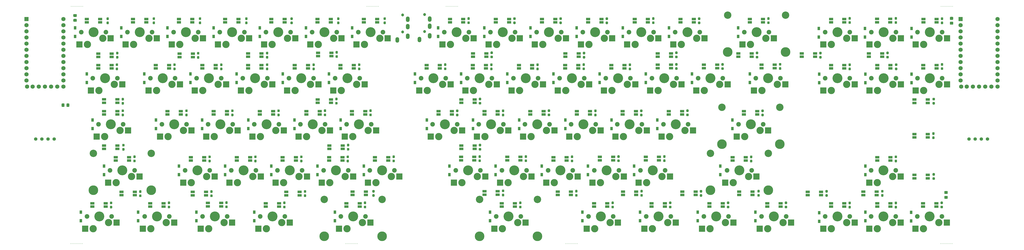
<source format=gbr>
G04 #@! TF.GenerationSoftware,KiCad,Pcbnew,(5.1.9)-1*
G04 #@! TF.CreationDate,2021-02-18T22:07:17-08:00*
G04 #@! TF.ProjectId,kujira,6b756a69-7261-42e6-9b69-6361645f7063,rev?*
G04 #@! TF.SameCoordinates,Original*
G04 #@! TF.FileFunction,Soldermask,Bot*
G04 #@! TF.FilePolarity,Negative*
%FSLAX46Y46*%
G04 Gerber Fmt 4.6, Leading zero omitted, Abs format (unit mm)*
G04 Created by KiCad (PCBNEW (5.1.9)-1) date 2021-02-18 22:07:17*
%MOMM*%
%LPD*%
G01*
G04 APERTURE LIST*
%ADD10C,0.300000*%
%ADD11C,1.200000*%
%ADD12O,1.500000X2.300000*%
%ADD13R,1.700000X1.000000*%
%ADD14C,1.752600*%
%ADD15R,1.752600X1.752600*%
%ADD16R,2.550000X2.500000*%
%ADD17C,4.100000*%
%ADD18C,1.900000*%
%ADD19C,3.000000*%
%ADD20C,3.987800*%
%ADD21C,1.750000*%
%ADD22R,1.000000X1.400000*%
%ADD23C,1.397000*%
%ADD24C,3.048000*%
G04 APERTURE END LIST*
D10*
X43262500Y-133223000D03*
X42075000Y-133223000D03*
X43856250Y-133223000D03*
X42668750Y-133223000D03*
X46825000Y-133223000D03*
X46231250Y-133223000D03*
X45637500Y-133223000D03*
X45043750Y-133223000D03*
X44450000Y-133223000D03*
X156673500Y-133223000D03*
X155486000Y-133223000D03*
X157267250Y-133223000D03*
X156079750Y-133223000D03*
X160236000Y-133223000D03*
X159642250Y-133223000D03*
X159048500Y-133223000D03*
X158454750Y-133223000D03*
X157861000Y-133223000D03*
X247478500Y-133223000D03*
X246291000Y-133223000D03*
X248072250Y-133223000D03*
X246884750Y-133223000D03*
X251041000Y-133223000D03*
X250447250Y-133223000D03*
X249853500Y-133223000D03*
X249259750Y-133223000D03*
X248666000Y-133223000D03*
X402164500Y-133223000D03*
X400977000Y-133223000D03*
X402758250Y-133223000D03*
X401570750Y-133223000D03*
X405727000Y-133223000D03*
X405133250Y-133223000D03*
X404539500Y-133223000D03*
X403945750Y-133223000D03*
X403352000Y-133223000D03*
X402291500Y-35052000D03*
X401104000Y-35052000D03*
X402885250Y-35052000D03*
X401697750Y-35052000D03*
X405854000Y-35052000D03*
X405260250Y-35052000D03*
X404666500Y-35052000D03*
X404072750Y-35052000D03*
X403479000Y-35052000D03*
X198075500Y-35052000D03*
X196888000Y-35052000D03*
X198669250Y-35052000D03*
X197481750Y-35052000D03*
X201638000Y-35052000D03*
X201044250Y-35052000D03*
X200450500Y-35052000D03*
X199856750Y-35052000D03*
X199263000Y-35052000D03*
X165436500Y-35052000D03*
X164249000Y-35052000D03*
X166030250Y-35052000D03*
X164842750Y-35052000D03*
X168999000Y-35052000D03*
X168405250Y-35052000D03*
X167811500Y-35052000D03*
X167217750Y-35052000D03*
X166624000Y-35052000D03*
X43389500Y-35052000D03*
X42202000Y-35052000D03*
X43983250Y-35052000D03*
X42795750Y-35052000D03*
X46952000Y-35052000D03*
X46358250Y-35052000D03*
X45764500Y-35052000D03*
X45170750Y-35052000D03*
X44577000Y-35052000D03*
D11*
X178952000Y-38630000D03*
X178952000Y-45630000D03*
D12*
X181102000Y-40430000D03*
X181102000Y-43430000D03*
X181102000Y-47430000D03*
X176802000Y-48930000D03*
D11*
X188023500Y-38503000D03*
X188023500Y-45503000D03*
D12*
X190173500Y-40303000D03*
X190173500Y-43303000D03*
X190173500Y-47303000D03*
X185873500Y-48803000D03*
D13*
X68453000Y-111757000D03*
X68453000Y-113157000D03*
X62953000Y-111757000D03*
X62953000Y-113157000D03*
X58928000Y-54610000D03*
X58928000Y-56010000D03*
X53428000Y-54610000D03*
X53428000Y-56010000D03*
G36*
G01*
X70501500Y-112873500D02*
X70976500Y-112873500D01*
G75*
G02*
X71214000Y-113111000I0J-237500D01*
G01*
X71214000Y-113711000D01*
G75*
G02*
X70976500Y-113948500I-237500J0D01*
G01*
X70501500Y-113948500D01*
G75*
G02*
X70264000Y-113711000I0J237500D01*
G01*
X70264000Y-113111000D01*
G75*
G02*
X70501500Y-112873500I237500J0D01*
G01*
G37*
G36*
G01*
X70501500Y-111148500D02*
X70976500Y-111148500D01*
G75*
G02*
X71214000Y-111386000I0J-237500D01*
G01*
X71214000Y-111986000D01*
G75*
G02*
X70976500Y-112223500I-237500J0D01*
G01*
X70501500Y-112223500D01*
G75*
G02*
X70264000Y-111986000I0J237500D01*
G01*
X70264000Y-111386000D01*
G75*
G02*
X70501500Y-111148500I237500J0D01*
G01*
G37*
G36*
G01*
X60976500Y-55596500D02*
X61451500Y-55596500D01*
G75*
G02*
X61689000Y-55834000I0J-237500D01*
G01*
X61689000Y-56434000D01*
G75*
G02*
X61451500Y-56671500I-237500J0D01*
G01*
X60976500Y-56671500D01*
G75*
G02*
X60739000Y-56434000I0J237500D01*
G01*
X60739000Y-55834000D01*
G75*
G02*
X60976500Y-55596500I237500J0D01*
G01*
G37*
G36*
G01*
X60976500Y-53871500D02*
X61451500Y-53871500D01*
G75*
G02*
X61689000Y-54109000I0J-237500D01*
G01*
X61689000Y-54709000D01*
G75*
G02*
X61451500Y-54946500I-237500J0D01*
G01*
X60976500Y-54946500D01*
G75*
G02*
X60739000Y-54709000I0J237500D01*
G01*
X60739000Y-54109000D01*
G75*
G02*
X60976500Y-53871500I237500J0D01*
G01*
G37*
X395623500Y-73613000D03*
X395623500Y-75013000D03*
X390123500Y-73613000D03*
X390123500Y-75013000D03*
G36*
G01*
X397844000Y-74620000D02*
X398319000Y-74620000D01*
G75*
G02*
X398556500Y-74857500I0J-237500D01*
G01*
X398556500Y-75457500D01*
G75*
G02*
X398319000Y-75695000I-237500J0D01*
G01*
X397844000Y-75695000D01*
G75*
G02*
X397606500Y-75457500I0J237500D01*
G01*
X397606500Y-74857500D01*
G75*
G02*
X397844000Y-74620000I237500J0D01*
G01*
G37*
G36*
G01*
X397844000Y-72895000D02*
X398319000Y-72895000D01*
G75*
G02*
X398556500Y-73132500I0J-237500D01*
G01*
X398556500Y-73732500D01*
G75*
G02*
X398319000Y-73970000I-237500J0D01*
G01*
X397844000Y-73970000D01*
G75*
G02*
X397606500Y-73732500I0J237500D01*
G01*
X397606500Y-73132500D01*
G75*
G02*
X397844000Y-72895000I237500J0D01*
G01*
G37*
X374541500Y-111713000D03*
X374541500Y-113113000D03*
X369041500Y-111713000D03*
X369041500Y-113113000D03*
G36*
G01*
X376635000Y-112720000D02*
X377110000Y-112720000D01*
G75*
G02*
X377347500Y-112957500I0J-237500D01*
G01*
X377347500Y-113557500D01*
G75*
G02*
X377110000Y-113795000I-237500J0D01*
G01*
X376635000Y-113795000D01*
G75*
G02*
X376397500Y-113557500I0J237500D01*
G01*
X376397500Y-112957500D01*
G75*
G02*
X376635000Y-112720000I237500J0D01*
G01*
G37*
G36*
G01*
X376635000Y-110995000D02*
X377110000Y-110995000D01*
G75*
G02*
X377347500Y-111232500I0J-237500D01*
G01*
X377347500Y-111832500D01*
G75*
G02*
X377110000Y-112070000I-237500J0D01*
G01*
X376635000Y-112070000D01*
G75*
G02*
X376397500Y-111832500I0J237500D01*
G01*
X376397500Y-111232500D01*
G75*
G02*
X376635000Y-110995000I237500J0D01*
G01*
G37*
X351599500Y-111757000D03*
X351599500Y-113157000D03*
X346099500Y-111757000D03*
X346099500Y-113157000D03*
X395623500Y-104772000D03*
X395623500Y-106172000D03*
X390123500Y-104772000D03*
X390123500Y-106172000D03*
X395623500Y-87884000D03*
X395623500Y-89284000D03*
X390123500Y-87884000D03*
X390123500Y-89284000D03*
G36*
G01*
X353648000Y-112746500D02*
X354123000Y-112746500D01*
G75*
G02*
X354360500Y-112984000I0J-237500D01*
G01*
X354360500Y-113584000D01*
G75*
G02*
X354123000Y-113821500I-237500J0D01*
G01*
X353648000Y-113821500D01*
G75*
G02*
X353410500Y-113584000I0J237500D01*
G01*
X353410500Y-112984000D01*
G75*
G02*
X353648000Y-112746500I237500J0D01*
G01*
G37*
G36*
G01*
X353648000Y-111021500D02*
X354123000Y-111021500D01*
G75*
G02*
X354360500Y-111259000I0J-237500D01*
G01*
X354360500Y-111859000D01*
G75*
G02*
X354123000Y-112096500I-237500J0D01*
G01*
X353648000Y-112096500D01*
G75*
G02*
X353410500Y-111859000I0J237500D01*
G01*
X353410500Y-111259000D01*
G75*
G02*
X353648000Y-111021500I237500J0D01*
G01*
G37*
G36*
G01*
X397844000Y-105761500D02*
X398319000Y-105761500D01*
G75*
G02*
X398556500Y-105999000I0J-237500D01*
G01*
X398556500Y-106599000D01*
G75*
G02*
X398319000Y-106836500I-237500J0D01*
G01*
X397844000Y-106836500D01*
G75*
G02*
X397606500Y-106599000I0J237500D01*
G01*
X397606500Y-105999000D01*
G75*
G02*
X397844000Y-105761500I237500J0D01*
G01*
G37*
G36*
G01*
X397844000Y-104036500D02*
X398319000Y-104036500D01*
G75*
G02*
X398556500Y-104274000I0J-237500D01*
G01*
X398556500Y-104874000D01*
G75*
G02*
X398319000Y-105111500I-237500J0D01*
G01*
X397844000Y-105111500D01*
G75*
G02*
X397606500Y-104874000I0J237500D01*
G01*
X397606500Y-104274000D01*
G75*
G02*
X397844000Y-104036500I237500J0D01*
G01*
G37*
G36*
G01*
X397717000Y-88870500D02*
X398192000Y-88870500D01*
G75*
G02*
X398429500Y-89108000I0J-237500D01*
G01*
X398429500Y-89708000D01*
G75*
G02*
X398192000Y-89945500I-237500J0D01*
G01*
X397717000Y-89945500D01*
G75*
G02*
X397479500Y-89708000I0J237500D01*
G01*
X397479500Y-89108000D01*
G75*
G02*
X397717000Y-88870500I237500J0D01*
G01*
G37*
G36*
G01*
X397717000Y-87145500D02*
X398192000Y-87145500D01*
G75*
G02*
X398429500Y-87383000I0J-237500D01*
G01*
X398429500Y-87983000D01*
G75*
G02*
X398192000Y-88220500I-237500J0D01*
G01*
X397717000Y-88220500D01*
G75*
G02*
X397479500Y-87983000I0J237500D01*
G01*
X397479500Y-87383000D01*
G75*
G02*
X397717000Y-87145500I237500J0D01*
G01*
G37*
X323360500Y-111695000D03*
X323360500Y-113095000D03*
X317860500Y-111695000D03*
X317860500Y-113095000D03*
G36*
G01*
X325581000Y-112693500D02*
X326056000Y-112693500D01*
G75*
G02*
X326293500Y-112931000I0J-237500D01*
G01*
X326293500Y-113531000D01*
G75*
G02*
X326056000Y-113768500I-237500J0D01*
G01*
X325581000Y-113768500D01*
G75*
G02*
X325343500Y-113531000I0J237500D01*
G01*
X325343500Y-112931000D01*
G75*
G02*
X325581000Y-112693500I237500J0D01*
G01*
G37*
G36*
G01*
X325581000Y-110968500D02*
X326056000Y-110968500D01*
G75*
G02*
X326293500Y-111206000I0J-237500D01*
G01*
X326293500Y-111806000D01*
G75*
G02*
X326056000Y-112043500I-237500J0D01*
G01*
X325581000Y-112043500D01*
G75*
G02*
X325343500Y-111806000I0J237500D01*
G01*
X325343500Y-111206000D01*
G75*
G02*
X325581000Y-110968500I237500J0D01*
G01*
G37*
D14*
X26325000Y-68293000D03*
X28865000Y-68293000D03*
X31405000Y-68293000D03*
X33945000Y-68293000D03*
X36485000Y-68293000D03*
X39025000Y-40353000D03*
X24013600Y-68293000D03*
X39025000Y-42893000D03*
X39025000Y-45433000D03*
X39025000Y-47973000D03*
X39025000Y-50513000D03*
X39025000Y-53053000D03*
X39025000Y-55593000D03*
X39025000Y-58133000D03*
X39025000Y-60673000D03*
X39025000Y-63213000D03*
X39025000Y-65753000D03*
X39025000Y-68293000D03*
X23785000Y-65753000D03*
X23785000Y-63213000D03*
X23785000Y-60673000D03*
X23785000Y-58133000D03*
X23785000Y-55593000D03*
X23785000Y-53053000D03*
X23785000Y-50513000D03*
X23785000Y-47973000D03*
X23785000Y-45433000D03*
X23785000Y-42893000D03*
D15*
X23785000Y-40353000D03*
D16*
X139482500Y-105410000D03*
D17*
X132397500Y-102870000D03*
D18*
X127317500Y-102870000D03*
X137477500Y-102870000D03*
D16*
X126555500Y-107950000D03*
D19*
X136207500Y-105410000D03*
X129857500Y-107950000D03*
D20*
X58578750Y-83820000D03*
D21*
X63658750Y-83820000D03*
X53498750Y-83820000D03*
D16*
X65663750Y-86360000D03*
D17*
X58578750Y-83820000D03*
D18*
X53498750Y-83820000D03*
X63658750Y-83820000D03*
D16*
X52736750Y-88900000D03*
D19*
X62388750Y-86360000D03*
X56038750Y-88900000D03*
D16*
X63282500Y-67310000D03*
D17*
X56197500Y-64770000D03*
D18*
X51117500Y-64770000D03*
X61277500Y-64770000D03*
D16*
X50355500Y-69850000D03*
D19*
X60007500Y-67310000D03*
X53657500Y-69850000D03*
D13*
X120733000Y-54545000D03*
X120733000Y-55945000D03*
X115233000Y-54545000D03*
X115233000Y-55945000D03*
X136481000Y-111822000D03*
X136481000Y-113222000D03*
X130981000Y-111822000D03*
X130981000Y-113222000D03*
X349142500Y-54545000D03*
X349142500Y-55945000D03*
X343642500Y-54545000D03*
X343642500Y-55945000D03*
X163786000Y-111695000D03*
X163786000Y-113095000D03*
X158286000Y-111695000D03*
X158286000Y-113095000D03*
X208680500Y-92645000D03*
X208680500Y-94045000D03*
X203180500Y-92645000D03*
X203180500Y-94045000D03*
X149562000Y-54291000D03*
X149562000Y-55691000D03*
X144062000Y-54291000D03*
X144062000Y-55691000D03*
X289706500Y-54545000D03*
X289706500Y-55945000D03*
X284206500Y-54545000D03*
X284206500Y-55945000D03*
X251606500Y-54545000D03*
X251606500Y-55945000D03*
X246106500Y-54545000D03*
X246106500Y-55945000D03*
X213506500Y-54545000D03*
X213506500Y-55945000D03*
X208006500Y-54545000D03*
X208006500Y-55945000D03*
X97873000Y-111822000D03*
X97873000Y-113222000D03*
X92373000Y-111822000D03*
X92373000Y-113222000D03*
X299866500Y-111695000D03*
X299866500Y-113095000D03*
X294366500Y-111695000D03*
X294366500Y-113095000D03*
X275355500Y-111695000D03*
X275355500Y-113095000D03*
X269855500Y-111695000D03*
X269855500Y-113095000D03*
X61297000Y-73530000D03*
X61297000Y-74930000D03*
X55797000Y-73530000D03*
X55797000Y-74930000D03*
X208680500Y-73595000D03*
X208680500Y-74995000D03*
X203180500Y-73595000D03*
X203180500Y-74995000D03*
X154261000Y-92645000D03*
X154261000Y-94045000D03*
X148761000Y-92645000D03*
X148761000Y-94045000D03*
X61297000Y-92645000D03*
X61297000Y-94045000D03*
X55797000Y-92645000D03*
X55797000Y-94045000D03*
X248431500Y-111695000D03*
X248431500Y-113095000D03*
X242931500Y-111695000D03*
X242931500Y-113095000D03*
X218205500Y-111568000D03*
X218205500Y-112968000D03*
X212705500Y-111568000D03*
X212705500Y-112968000D03*
X376828500Y-54545000D03*
X376828500Y-55945000D03*
X371328500Y-54545000D03*
X371328500Y-55945000D03*
X149435000Y-73595000D03*
X149435000Y-74995000D03*
X143935000Y-73595000D03*
X143935000Y-74995000D03*
X92412000Y-54672000D03*
X92412000Y-56072000D03*
X86912000Y-54672000D03*
X86912000Y-56072000D03*
X322980500Y-54545000D03*
X322980500Y-55945000D03*
X317480500Y-54545000D03*
X317480500Y-55945000D03*
D22*
X388810500Y-123825000D03*
X388810500Y-120275000D03*
X369887500Y-123698000D03*
X369887500Y-120148000D03*
X350837500Y-123952000D03*
X350837500Y-120402000D03*
X369887500Y-104648000D03*
X369887500Y-101098000D03*
X388937500Y-66675000D03*
X388937500Y-63125000D03*
X369887500Y-66675000D03*
X369887500Y-63125000D03*
X350837500Y-66675000D03*
X350837500Y-63125000D03*
X388937500Y-47752000D03*
X388937500Y-44202000D03*
X369760500Y-47752000D03*
X369760500Y-44202000D03*
X350710500Y-47752000D03*
X350710500Y-44202000D03*
G36*
G01*
X363173000Y-117572500D02*
X363648000Y-117572500D01*
G75*
G02*
X363885500Y-117810000I0J-237500D01*
G01*
X363885500Y-118410000D01*
G75*
G02*
X363648000Y-118647500I-237500J0D01*
G01*
X363173000Y-118647500D01*
G75*
G02*
X362935500Y-118410000I0J237500D01*
G01*
X362935500Y-117810000D01*
G75*
G02*
X363173000Y-117572500I237500J0D01*
G01*
G37*
G36*
G01*
X363173000Y-115847500D02*
X363648000Y-115847500D01*
G75*
G02*
X363885500Y-116085000I0J-237500D01*
G01*
X363885500Y-116685000D01*
G75*
G02*
X363648000Y-116922500I-237500J0D01*
G01*
X363173000Y-116922500D01*
G75*
G02*
X362935500Y-116685000I0J237500D01*
G01*
X362935500Y-116085000D01*
G75*
G02*
X363173000Y-115847500I237500J0D01*
G01*
G37*
G36*
G01*
X382223000Y-98496000D02*
X382698000Y-98496000D01*
G75*
G02*
X382935500Y-98733500I0J-237500D01*
G01*
X382935500Y-99333500D01*
G75*
G02*
X382698000Y-99571000I-237500J0D01*
G01*
X382223000Y-99571000D01*
G75*
G02*
X381985500Y-99333500I0J237500D01*
G01*
X381985500Y-98733500D01*
G75*
G02*
X382223000Y-98496000I237500J0D01*
G01*
G37*
G36*
G01*
X382223000Y-96771000D02*
X382698000Y-96771000D01*
G75*
G02*
X382935500Y-97008500I0J-237500D01*
G01*
X382935500Y-97608500D01*
G75*
G02*
X382698000Y-97846000I-237500J0D01*
G01*
X382223000Y-97846000D01*
G75*
G02*
X381985500Y-97608500I0J237500D01*
G01*
X381985500Y-97008500D01*
G75*
G02*
X382223000Y-96771000I237500J0D01*
G01*
G37*
G36*
G01*
X401273000Y-60295500D02*
X401748000Y-60295500D01*
G75*
G02*
X401985500Y-60533000I0J-237500D01*
G01*
X401985500Y-61133000D01*
G75*
G02*
X401748000Y-61370500I-237500J0D01*
G01*
X401273000Y-61370500D01*
G75*
G02*
X401035500Y-61133000I0J237500D01*
G01*
X401035500Y-60533000D01*
G75*
G02*
X401273000Y-60295500I237500J0D01*
G01*
G37*
G36*
G01*
X401273000Y-58570500D02*
X401748000Y-58570500D01*
G75*
G02*
X401985500Y-58808000I0J-237500D01*
G01*
X401985500Y-59408000D01*
G75*
G02*
X401748000Y-59645500I-237500J0D01*
G01*
X401273000Y-59645500D01*
G75*
G02*
X401035500Y-59408000I0J237500D01*
G01*
X401035500Y-58808000D01*
G75*
G02*
X401273000Y-58570500I237500J0D01*
G01*
G37*
G36*
G01*
X382350000Y-60396000D02*
X382825000Y-60396000D01*
G75*
G02*
X383062500Y-60633500I0J-237500D01*
G01*
X383062500Y-61233500D01*
G75*
G02*
X382825000Y-61471000I-237500J0D01*
G01*
X382350000Y-61471000D01*
G75*
G02*
X382112500Y-61233500I0J237500D01*
G01*
X382112500Y-60633500D01*
G75*
G02*
X382350000Y-60396000I237500J0D01*
G01*
G37*
G36*
G01*
X382350000Y-58671000D02*
X382825000Y-58671000D01*
G75*
G02*
X383062500Y-58908500I0J-237500D01*
G01*
X383062500Y-59508500D01*
G75*
G02*
X382825000Y-59746000I-237500J0D01*
G01*
X382350000Y-59746000D01*
G75*
G02*
X382112500Y-59508500I0J237500D01*
G01*
X382112500Y-58908500D01*
G75*
G02*
X382350000Y-58671000I237500J0D01*
G01*
G37*
G36*
G01*
X363173000Y-60422500D02*
X363648000Y-60422500D01*
G75*
G02*
X363885500Y-60660000I0J-237500D01*
G01*
X363885500Y-61260000D01*
G75*
G02*
X363648000Y-61497500I-237500J0D01*
G01*
X363173000Y-61497500D01*
G75*
G02*
X362935500Y-61260000I0J237500D01*
G01*
X362935500Y-60660000D01*
G75*
G02*
X363173000Y-60422500I237500J0D01*
G01*
G37*
G36*
G01*
X363173000Y-58697500D02*
X363648000Y-58697500D01*
G75*
G02*
X363885500Y-58935000I0J-237500D01*
G01*
X363885500Y-59535000D01*
G75*
G02*
X363648000Y-59772500I-237500J0D01*
G01*
X363173000Y-59772500D01*
G75*
G02*
X362935500Y-59535000I0J237500D01*
G01*
X362935500Y-58935000D01*
G75*
G02*
X363173000Y-58697500I237500J0D01*
G01*
G37*
G36*
G01*
X401273000Y-41372500D02*
X401748000Y-41372500D01*
G75*
G02*
X401985500Y-41610000I0J-237500D01*
G01*
X401985500Y-42210000D01*
G75*
G02*
X401748000Y-42447500I-237500J0D01*
G01*
X401273000Y-42447500D01*
G75*
G02*
X401035500Y-42210000I0J237500D01*
G01*
X401035500Y-41610000D01*
G75*
G02*
X401273000Y-41372500I237500J0D01*
G01*
G37*
G36*
G01*
X401273000Y-39647500D02*
X401748000Y-39647500D01*
G75*
G02*
X401985500Y-39885000I0J-237500D01*
G01*
X401985500Y-40485000D01*
G75*
G02*
X401748000Y-40722500I-237500J0D01*
G01*
X401273000Y-40722500D01*
G75*
G02*
X401035500Y-40485000I0J237500D01*
G01*
X401035500Y-39885000D01*
G75*
G02*
X401273000Y-39647500I237500J0D01*
G01*
G37*
G36*
G01*
X382223000Y-41245500D02*
X382698000Y-41245500D01*
G75*
G02*
X382935500Y-41483000I0J-237500D01*
G01*
X382935500Y-42083000D01*
G75*
G02*
X382698000Y-42320500I-237500J0D01*
G01*
X382223000Y-42320500D01*
G75*
G02*
X381985500Y-42083000I0J237500D01*
G01*
X381985500Y-41483000D01*
G75*
G02*
X382223000Y-41245500I237500J0D01*
G01*
G37*
G36*
G01*
X382223000Y-39520500D02*
X382698000Y-39520500D01*
G75*
G02*
X382935500Y-39758000I0J-237500D01*
G01*
X382935500Y-40358000D01*
G75*
G02*
X382698000Y-40595500I-237500J0D01*
G01*
X382223000Y-40595500D01*
G75*
G02*
X381985500Y-40358000I0J237500D01*
G01*
X381985500Y-39758000D01*
G75*
G02*
X382223000Y-39520500I237500J0D01*
G01*
G37*
G36*
G01*
X363173000Y-41245500D02*
X363648000Y-41245500D01*
G75*
G02*
X363885500Y-41483000I0J-237500D01*
G01*
X363885500Y-42083000D01*
G75*
G02*
X363648000Y-42320500I-237500J0D01*
G01*
X363173000Y-42320500D01*
G75*
G02*
X362935500Y-42083000I0J237500D01*
G01*
X362935500Y-41483000D01*
G75*
G02*
X363173000Y-41245500I237500J0D01*
G01*
G37*
G36*
G01*
X363173000Y-39520500D02*
X363648000Y-39520500D01*
G75*
G02*
X363885500Y-39758000I0J-237500D01*
G01*
X363885500Y-40358000D01*
G75*
G02*
X363648000Y-40595500I-237500J0D01*
G01*
X363173000Y-40595500D01*
G75*
G02*
X362935500Y-40358000I0J237500D01*
G01*
X362935500Y-39758000D01*
G75*
G02*
X363173000Y-39520500I237500J0D01*
G01*
G37*
D13*
X399180500Y-116521000D03*
X399180500Y-117921000D03*
X393680500Y-116521000D03*
X393680500Y-117921000D03*
X380257500Y-116521000D03*
X380257500Y-117921000D03*
X374757500Y-116521000D03*
X374757500Y-117921000D03*
X361207500Y-116521000D03*
X361207500Y-117921000D03*
X355707500Y-116521000D03*
X355707500Y-117921000D03*
X380257500Y-97471000D03*
X380257500Y-98871000D03*
X374757500Y-97471000D03*
X374757500Y-98871000D03*
X399263500Y-59371000D03*
X399263500Y-60771000D03*
X393763500Y-59371000D03*
X393763500Y-60771000D03*
X380257500Y-59371000D03*
X380257500Y-60771000D03*
X374757500Y-59371000D03*
X374757500Y-60771000D03*
X361207500Y-59371000D03*
X361207500Y-60771000D03*
X355707500Y-59371000D03*
X355707500Y-60771000D03*
X399307500Y-40321000D03*
X399307500Y-41721000D03*
X393807500Y-40321000D03*
X393807500Y-41721000D03*
X380174500Y-40256000D03*
X380174500Y-41656000D03*
X374674500Y-40256000D03*
X374674500Y-41656000D03*
X361207500Y-40321000D03*
X361207500Y-41721000D03*
X355707500Y-40321000D03*
X355707500Y-41721000D03*
D16*
X403515500Y-124460000D03*
D17*
X396430500Y-121920000D03*
D18*
X391350500Y-121920000D03*
X401510500Y-121920000D03*
D16*
X390588500Y-127000000D03*
D19*
X400240500Y-124460000D03*
X393890500Y-127000000D03*
D16*
X384465500Y-124460000D03*
D17*
X377380500Y-121920000D03*
D18*
X372300500Y-121920000D03*
X382460500Y-121920000D03*
D16*
X371538500Y-127000000D03*
D19*
X381190500Y-124460000D03*
X374840500Y-127000000D03*
D16*
X365446500Y-124460000D03*
D17*
X358361500Y-121920000D03*
D18*
X353281500Y-121920000D03*
X363441500Y-121920000D03*
D16*
X352519500Y-127000000D03*
D19*
X362171500Y-124460000D03*
X355821500Y-127000000D03*
D16*
X384465500Y-105410000D03*
D17*
X377380500Y-102870000D03*
D18*
X372300500Y-102870000D03*
X382460500Y-102870000D03*
D16*
X371538500Y-107950000D03*
D19*
X381190500Y-105410000D03*
X374840500Y-107950000D03*
D16*
X403579000Y-67310000D03*
D17*
X396494000Y-64770000D03*
D18*
X391414000Y-64770000D03*
X401574000Y-64770000D03*
D16*
X390652000Y-69850000D03*
D19*
X400304000Y-67310000D03*
X393954000Y-69850000D03*
D16*
X384529000Y-67310000D03*
D17*
X377444000Y-64770000D03*
D18*
X372364000Y-64770000D03*
X382524000Y-64770000D03*
D16*
X371602000Y-69850000D03*
D19*
X381254000Y-67310000D03*
X374904000Y-69850000D03*
D16*
X365446500Y-67310000D03*
D17*
X358361500Y-64770000D03*
D18*
X353281500Y-64770000D03*
X363441500Y-64770000D03*
D16*
X352519500Y-69850000D03*
D19*
X362171500Y-67310000D03*
X355821500Y-69850000D03*
D16*
X403579000Y-48260000D03*
D17*
X396494000Y-45720000D03*
D18*
X391414000Y-45720000D03*
X401574000Y-45720000D03*
D16*
X390652000Y-50800000D03*
D19*
X400304000Y-48260000D03*
X393954000Y-50800000D03*
D16*
X384529000Y-48260000D03*
D17*
X377444000Y-45720000D03*
D18*
X372364000Y-45720000D03*
X382524000Y-45720000D03*
D16*
X371602000Y-50800000D03*
D19*
X381254000Y-48260000D03*
X374904000Y-50800000D03*
D16*
X365446500Y-48260000D03*
D17*
X358361500Y-45720000D03*
D18*
X353281500Y-45720000D03*
X363441500Y-45720000D03*
D16*
X352519500Y-50800000D03*
D19*
X362171500Y-48260000D03*
X355821500Y-50800000D03*
G36*
G01*
X401146000Y-117519500D02*
X401621000Y-117519500D01*
G75*
G02*
X401858500Y-117757000I0J-237500D01*
G01*
X401858500Y-118357000D01*
G75*
G02*
X401621000Y-118594500I-237500J0D01*
G01*
X401146000Y-118594500D01*
G75*
G02*
X400908500Y-118357000I0J237500D01*
G01*
X400908500Y-117757000D01*
G75*
G02*
X401146000Y-117519500I237500J0D01*
G01*
G37*
G36*
G01*
X401146000Y-115794500D02*
X401621000Y-115794500D01*
G75*
G02*
X401858500Y-116032000I0J-237500D01*
G01*
X401858500Y-116632000D01*
G75*
G02*
X401621000Y-116869500I-237500J0D01*
G01*
X401146000Y-116869500D01*
G75*
G02*
X400908500Y-116632000I0J237500D01*
G01*
X400908500Y-116032000D01*
G75*
G02*
X401146000Y-115794500I237500J0D01*
G01*
G37*
G36*
G01*
X382223000Y-117572500D02*
X382698000Y-117572500D01*
G75*
G02*
X382935500Y-117810000I0J-237500D01*
G01*
X382935500Y-118410000D01*
G75*
G02*
X382698000Y-118647500I-237500J0D01*
G01*
X382223000Y-118647500D01*
G75*
G02*
X381985500Y-118410000I0J237500D01*
G01*
X381985500Y-117810000D01*
G75*
G02*
X382223000Y-117572500I237500J0D01*
G01*
G37*
G36*
G01*
X382223000Y-115847500D02*
X382698000Y-115847500D01*
G75*
G02*
X382935500Y-116085000I0J-237500D01*
G01*
X382935500Y-116685000D01*
G75*
G02*
X382698000Y-116922500I-237500J0D01*
G01*
X382223000Y-116922500D01*
G75*
G02*
X381985500Y-116685000I0J237500D01*
G01*
X381985500Y-116085000D01*
G75*
G02*
X382223000Y-115847500I237500J0D01*
G01*
G37*
D16*
X129957500Y-86360000D03*
D17*
X122872500Y-83820000D03*
D18*
X117792500Y-83820000D03*
X127952500Y-83820000D03*
D16*
X117030500Y-88900000D03*
D19*
X126682500Y-86360000D03*
X120332500Y-88900000D03*
D23*
X27559000Y-89916000D03*
X30099000Y-89916000D03*
X32639000Y-89916000D03*
X35179000Y-89916000D03*
D20*
X63341250Y-102870000D03*
D21*
X58261250Y-102870000D03*
X68421250Y-102870000D03*
D24*
X51403250Y-95885000D03*
X75279250Y-95885000D03*
D20*
X51403250Y-111125000D03*
X75279250Y-111125000D03*
D16*
X70426250Y-105410000D03*
D17*
X63341250Y-102870000D03*
D18*
X58261250Y-102870000D03*
X68421250Y-102870000D03*
D16*
X57499250Y-107950000D03*
D19*
X67151250Y-105410000D03*
X60801250Y-107950000D03*
D16*
X58520000Y-48260000D03*
D17*
X51435000Y-45720000D03*
D18*
X46355000Y-45720000D03*
X56515000Y-45720000D03*
D16*
X45593000Y-50800000D03*
D19*
X55245000Y-48260000D03*
X48895000Y-50800000D03*
D20*
X284543500Y-121920000D03*
D21*
X279463500Y-121920000D03*
X289623500Y-121920000D03*
D16*
X291628500Y-124460000D03*
D17*
X284543500Y-121920000D03*
D18*
X279463500Y-121920000D03*
X289623500Y-121920000D03*
D16*
X278701500Y-127000000D03*
D19*
X288353500Y-124460000D03*
X282003500Y-127000000D03*
D16*
X279722250Y-86360000D03*
D17*
X272637250Y-83820000D03*
D18*
X267557250Y-83820000D03*
X277717250Y-83820000D03*
D16*
X266795250Y-88900000D03*
D19*
X276447250Y-86360000D03*
X270097250Y-88900000D03*
D16*
X208284750Y-48260000D03*
D17*
X201199750Y-45720000D03*
D18*
X196119750Y-45720000D03*
X206279750Y-45720000D03*
D16*
X195357750Y-50800000D03*
D19*
X205009750Y-48260000D03*
X198659750Y-50800000D03*
D20*
X325024750Y-45720000D03*
D21*
X319944750Y-45720000D03*
X330104750Y-45720000D03*
D24*
X313086750Y-38735000D03*
X336962750Y-38735000D03*
D20*
X313086750Y-53975000D03*
X336962750Y-53975000D03*
D16*
X332109750Y-48260000D03*
D17*
X325024750Y-45720000D03*
D18*
X319944750Y-45720000D03*
X330104750Y-45720000D03*
D16*
X319182750Y-50800000D03*
D19*
X328834750Y-48260000D03*
X322484750Y-50800000D03*
G36*
G01*
X40262000Y-76396001D02*
X40262000Y-75495999D01*
G75*
G02*
X40511999Y-75246000I249999J0D01*
G01*
X41212001Y-75246000D01*
G75*
G02*
X41462000Y-75495999I0J-249999D01*
G01*
X41462000Y-76396001D01*
G75*
G02*
X41212001Y-76646000I-249999J0D01*
G01*
X40511999Y-76646000D01*
G75*
G02*
X40262000Y-76396001I0J249999D01*
G01*
G37*
G36*
G01*
X38262000Y-76396001D02*
X38262000Y-75495999D01*
G75*
G02*
X38511999Y-75246000I249999J0D01*
G01*
X39212001Y-75246000D01*
G75*
G02*
X39462000Y-75495999I0J-249999D01*
G01*
X39462000Y-76396001D01*
G75*
G02*
X39212001Y-76646000I-249999J0D01*
G01*
X38511999Y-76646000D01*
G75*
G02*
X38262000Y-76396001I0J249999D01*
G01*
G37*
G36*
G01*
X215472000Y-55469500D02*
X215947000Y-55469500D01*
G75*
G02*
X216184500Y-55707000I0J-237500D01*
G01*
X216184500Y-56307000D01*
G75*
G02*
X215947000Y-56544500I-237500J0D01*
G01*
X215472000Y-56544500D01*
G75*
G02*
X215234500Y-56307000I0J237500D01*
G01*
X215234500Y-55707000D01*
G75*
G02*
X215472000Y-55469500I237500J0D01*
G01*
G37*
G36*
G01*
X215472000Y-53744500D02*
X215947000Y-53744500D01*
G75*
G02*
X216184500Y-53982000I0J-237500D01*
G01*
X216184500Y-54582000D01*
G75*
G02*
X215947000Y-54819500I-237500J0D01*
G01*
X215472000Y-54819500D01*
G75*
G02*
X215234500Y-54582000I0J237500D01*
G01*
X215234500Y-53982000D01*
G75*
G02*
X215472000Y-53744500I237500J0D01*
G01*
G37*
G36*
G01*
X137397500Y-97846000D02*
X136922500Y-97846000D01*
G75*
G02*
X136685000Y-97608500I0J237500D01*
G01*
X136685000Y-97008500D01*
G75*
G02*
X136922500Y-96771000I237500J0D01*
G01*
X137397500Y-96771000D01*
G75*
G02*
X137635000Y-97008500I0J-237500D01*
G01*
X137635000Y-97608500D01*
G75*
G02*
X137397500Y-97846000I-237500J0D01*
G01*
G37*
G36*
G01*
X137397500Y-99571000D02*
X136922500Y-99571000D01*
G75*
G02*
X136685000Y-99333500I0J237500D01*
G01*
X136685000Y-98733500D01*
G75*
G02*
X136922500Y-98496000I237500J0D01*
G01*
X137397500Y-98496000D01*
G75*
G02*
X137635000Y-98733500I0J-237500D01*
G01*
X137635000Y-99333500D01*
G75*
G02*
X137397500Y-99571000I-237500J0D01*
G01*
G37*
G36*
G01*
X127999500Y-78796000D02*
X127524500Y-78796000D01*
G75*
G02*
X127287000Y-78558500I0J237500D01*
G01*
X127287000Y-77958500D01*
G75*
G02*
X127524500Y-77721000I237500J0D01*
G01*
X127999500Y-77721000D01*
G75*
G02*
X128237000Y-77958500I0J-237500D01*
G01*
X128237000Y-78558500D01*
G75*
G02*
X127999500Y-78796000I-237500J0D01*
G01*
G37*
G36*
G01*
X127999500Y-80521000D02*
X127524500Y-80521000D01*
G75*
G02*
X127287000Y-80283500I0J237500D01*
G01*
X127287000Y-79683500D01*
G75*
G02*
X127524500Y-79446000I237500J0D01*
G01*
X127999500Y-79446000D01*
G75*
G02*
X128237000Y-79683500I0J-237500D01*
G01*
X128237000Y-80283500D01*
G75*
G02*
X127999500Y-80521000I-237500J0D01*
G01*
G37*
G36*
G01*
X310722000Y-60295500D02*
X311197000Y-60295500D01*
G75*
G02*
X311434500Y-60533000I0J-237500D01*
G01*
X311434500Y-61133000D01*
G75*
G02*
X311197000Y-61370500I-237500J0D01*
G01*
X310722000Y-61370500D01*
G75*
G02*
X310484500Y-61133000I0J237500D01*
G01*
X310484500Y-60533000D01*
G75*
G02*
X310722000Y-60295500I237500J0D01*
G01*
G37*
G36*
G01*
X310722000Y-58570500D02*
X311197000Y-58570500D01*
G75*
G02*
X311434500Y-58808000I0J-237500D01*
G01*
X311434500Y-59408000D01*
G75*
G02*
X311197000Y-59645500I-237500J0D01*
G01*
X310722000Y-59645500D01*
G75*
G02*
X310484500Y-59408000I0J237500D01*
G01*
X310484500Y-58808000D01*
G75*
G02*
X310722000Y-58570500I237500J0D01*
G01*
G37*
G36*
G01*
X106536500Y-116795500D02*
X106061500Y-116795500D01*
G75*
G02*
X105824000Y-116558000I0J237500D01*
G01*
X105824000Y-115958000D01*
G75*
G02*
X106061500Y-115720500I237500J0D01*
G01*
X106536500Y-115720500D01*
G75*
G02*
X106774000Y-115958000I0J-237500D01*
G01*
X106774000Y-116558000D01*
G75*
G02*
X106536500Y-116795500I-237500J0D01*
G01*
G37*
G36*
G01*
X106536500Y-118520500D02*
X106061500Y-118520500D01*
G75*
G02*
X105824000Y-118283000I0J237500D01*
G01*
X105824000Y-117683000D01*
G75*
G02*
X106061500Y-117445500I237500J0D01*
G01*
X106536500Y-117445500D01*
G75*
G02*
X106774000Y-117683000I0J-237500D01*
G01*
X106774000Y-118283000D01*
G75*
G02*
X106536500Y-118520500I-237500J0D01*
G01*
G37*
G36*
G01*
X163211500Y-117519500D02*
X163686500Y-117519500D01*
G75*
G02*
X163924000Y-117757000I0J-237500D01*
G01*
X163924000Y-118357000D01*
G75*
G02*
X163686500Y-118594500I-237500J0D01*
G01*
X163211500Y-118594500D01*
G75*
G02*
X162974000Y-118357000I0J237500D01*
G01*
X162974000Y-117757000D01*
G75*
G02*
X163211500Y-117519500I237500J0D01*
G01*
G37*
G36*
G01*
X163211500Y-115794500D02*
X163686500Y-115794500D01*
G75*
G02*
X163924000Y-116032000I0J-237500D01*
G01*
X163924000Y-116632000D01*
G75*
G02*
X163686500Y-116869500I-237500J0D01*
G01*
X163211500Y-116869500D01*
G75*
G02*
X162974000Y-116632000I0J237500D01*
G01*
X162974000Y-116032000D01*
G75*
G02*
X163211500Y-115794500I237500J0D01*
G01*
G37*
G36*
G01*
X130412500Y-116869500D02*
X129937500Y-116869500D01*
G75*
G02*
X129700000Y-116632000I0J237500D01*
G01*
X129700000Y-116032000D01*
G75*
G02*
X129937500Y-115794500I237500J0D01*
G01*
X130412500Y-115794500D01*
G75*
G02*
X130650000Y-116032000I0J-237500D01*
G01*
X130650000Y-116632000D01*
G75*
G02*
X130412500Y-116869500I-237500J0D01*
G01*
G37*
G36*
G01*
X130412500Y-118594500D02*
X129937500Y-118594500D01*
G75*
G02*
X129700000Y-118357000I0J237500D01*
G01*
X129700000Y-117757000D01*
G75*
G02*
X129937500Y-117519500I237500J0D01*
G01*
X130412500Y-117519500D01*
G75*
G02*
X130650000Y-117757000I0J-237500D01*
G01*
X130650000Y-118357000D01*
G75*
G02*
X130412500Y-118594500I-237500J0D01*
G01*
G37*
G36*
G01*
X82787500Y-116869500D02*
X82312500Y-116869500D01*
G75*
G02*
X82075000Y-116632000I0J237500D01*
G01*
X82075000Y-116032000D01*
G75*
G02*
X82312500Y-115794500I237500J0D01*
G01*
X82787500Y-115794500D01*
G75*
G02*
X83025000Y-116032000I0J-237500D01*
G01*
X83025000Y-116632000D01*
G75*
G02*
X82787500Y-116869500I-237500J0D01*
G01*
G37*
G36*
G01*
X82787500Y-118594500D02*
X82312500Y-118594500D01*
G75*
G02*
X82075000Y-118357000I0J237500D01*
G01*
X82075000Y-117757000D01*
G75*
G02*
X82312500Y-117519500I237500J0D01*
G01*
X82787500Y-117519500D01*
G75*
G02*
X83025000Y-117757000I0J-237500D01*
G01*
X83025000Y-118357000D01*
G75*
G02*
X82787500Y-118594500I-237500J0D01*
G01*
G37*
G36*
G01*
X227283000Y-117519500D02*
X227758000Y-117519500D01*
G75*
G02*
X227995500Y-117757000I0J-237500D01*
G01*
X227995500Y-118357000D01*
G75*
G02*
X227758000Y-118594500I-237500J0D01*
G01*
X227283000Y-118594500D01*
G75*
G02*
X227045500Y-118357000I0J237500D01*
G01*
X227045500Y-117757000D01*
G75*
G02*
X227283000Y-117519500I237500J0D01*
G01*
G37*
G36*
G01*
X227283000Y-115794500D02*
X227758000Y-115794500D01*
G75*
G02*
X227995500Y-116032000I0J-237500D01*
G01*
X227995500Y-116632000D01*
G75*
G02*
X227758000Y-116869500I-237500J0D01*
G01*
X227283000Y-116869500D01*
G75*
G02*
X227045500Y-116632000I0J237500D01*
G01*
X227045500Y-116032000D01*
G75*
G02*
X227283000Y-115794500I237500J0D01*
G01*
G37*
G36*
G01*
X118474500Y-97846000D02*
X117999500Y-97846000D01*
G75*
G02*
X117762000Y-97608500I0J237500D01*
G01*
X117762000Y-97008500D01*
G75*
G02*
X117999500Y-96771000I237500J0D01*
G01*
X118474500Y-96771000D01*
G75*
G02*
X118712000Y-97008500I0J-237500D01*
G01*
X118712000Y-97608500D01*
G75*
G02*
X118474500Y-97846000I-237500J0D01*
G01*
G37*
G36*
G01*
X118474500Y-99571000D02*
X117999500Y-99571000D01*
G75*
G02*
X117762000Y-99333500I0J237500D01*
G01*
X117762000Y-98733500D01*
G75*
G02*
X117999500Y-98496000I237500J0D01*
G01*
X118474500Y-98496000D01*
G75*
G02*
X118712000Y-98733500I0J-237500D01*
G01*
X118712000Y-99333500D01*
G75*
G02*
X118474500Y-99571000I-237500J0D01*
G01*
G37*
G36*
G01*
X156574500Y-97846000D02*
X156099500Y-97846000D01*
G75*
G02*
X155862000Y-97608500I0J237500D01*
G01*
X155862000Y-97008500D01*
G75*
G02*
X156099500Y-96771000I237500J0D01*
G01*
X156574500Y-96771000D01*
G75*
G02*
X156812000Y-97008500I0J-237500D01*
G01*
X156812000Y-97608500D01*
G75*
G02*
X156574500Y-97846000I-237500J0D01*
G01*
G37*
G36*
G01*
X156574500Y-99571000D02*
X156099500Y-99571000D01*
G75*
G02*
X155862000Y-99333500I0J237500D01*
G01*
X155862000Y-98733500D01*
G75*
G02*
X156099500Y-98496000I237500J0D01*
G01*
X156574500Y-98496000D01*
G75*
G02*
X156812000Y-98733500I0J-237500D01*
G01*
X156812000Y-99333500D01*
G75*
G02*
X156574500Y-99571000I-237500J0D01*
G01*
G37*
G36*
G01*
X287194000Y-97719000D02*
X286719000Y-97719000D01*
G75*
G02*
X286481500Y-97481500I0J237500D01*
G01*
X286481500Y-96881500D01*
G75*
G02*
X286719000Y-96644000I237500J0D01*
G01*
X287194000Y-96644000D01*
G75*
G02*
X287431500Y-96881500I0J-237500D01*
G01*
X287431500Y-97481500D01*
G75*
G02*
X287194000Y-97719000I-237500J0D01*
G01*
G37*
G36*
G01*
X287194000Y-99444000D02*
X286719000Y-99444000D01*
G75*
G02*
X286481500Y-99206500I0J237500D01*
G01*
X286481500Y-98606500D01*
G75*
G02*
X286719000Y-98369000I237500J0D01*
G01*
X287194000Y-98369000D01*
G75*
G02*
X287431500Y-98606500I0J-237500D01*
G01*
X287431500Y-99206500D01*
G75*
G02*
X287194000Y-99444000I-237500J0D01*
G01*
G37*
G36*
G01*
X248619000Y-98469500D02*
X249094000Y-98469500D01*
G75*
G02*
X249331500Y-98707000I0J-237500D01*
G01*
X249331500Y-99307000D01*
G75*
G02*
X249094000Y-99544500I-237500J0D01*
G01*
X248619000Y-99544500D01*
G75*
G02*
X248381500Y-99307000I0J237500D01*
G01*
X248381500Y-98707000D01*
G75*
G02*
X248619000Y-98469500I237500J0D01*
G01*
G37*
G36*
G01*
X248619000Y-96744500D02*
X249094000Y-96744500D01*
G75*
G02*
X249331500Y-96982000I0J-237500D01*
G01*
X249331500Y-97582000D01*
G75*
G02*
X249094000Y-97819500I-237500J0D01*
G01*
X248619000Y-97819500D01*
G75*
G02*
X248381500Y-97582000I0J237500D01*
G01*
X248381500Y-96982000D01*
G75*
G02*
X248619000Y-96744500I237500J0D01*
G01*
G37*
G36*
G01*
X210519000Y-98395500D02*
X210994000Y-98395500D01*
G75*
G02*
X211231500Y-98633000I0J-237500D01*
G01*
X211231500Y-99233000D01*
G75*
G02*
X210994000Y-99470500I-237500J0D01*
G01*
X210519000Y-99470500D01*
G75*
G02*
X210281500Y-99233000I0J237500D01*
G01*
X210281500Y-98633000D01*
G75*
G02*
X210519000Y-98395500I237500J0D01*
G01*
G37*
G36*
G01*
X210519000Y-96670500D02*
X210994000Y-96670500D01*
G75*
G02*
X211231500Y-96908000I0J-237500D01*
G01*
X211231500Y-97508000D01*
G75*
G02*
X210994000Y-97745500I-237500J0D01*
G01*
X210519000Y-97745500D01*
G75*
G02*
X210281500Y-97508000I0J237500D01*
G01*
X210281500Y-96908000D01*
G75*
G02*
X210519000Y-96670500I237500J0D01*
G01*
G37*
G36*
G01*
X147176500Y-78769500D02*
X146701500Y-78769500D01*
G75*
G02*
X146464000Y-78532000I0J237500D01*
G01*
X146464000Y-77932000D01*
G75*
G02*
X146701500Y-77694500I237500J0D01*
G01*
X147176500Y-77694500D01*
G75*
G02*
X147414000Y-77932000I0J-237500D01*
G01*
X147414000Y-78532000D01*
G75*
G02*
X147176500Y-78769500I-237500J0D01*
G01*
G37*
G36*
G01*
X147176500Y-80494500D02*
X146701500Y-80494500D01*
G75*
G02*
X146464000Y-80257000I0J237500D01*
G01*
X146464000Y-79657000D01*
G75*
G02*
X146701500Y-79419500I237500J0D01*
G01*
X147176500Y-79419500D01*
G75*
G02*
X147414000Y-79657000I0J-237500D01*
G01*
X147414000Y-80257000D01*
G75*
G02*
X147176500Y-80494500I-237500J0D01*
G01*
G37*
G36*
G01*
X108949500Y-78796000D02*
X108474500Y-78796000D01*
G75*
G02*
X108237000Y-78558500I0J237500D01*
G01*
X108237000Y-77958500D01*
G75*
G02*
X108474500Y-77721000I237500J0D01*
G01*
X108949500Y-77721000D01*
G75*
G02*
X109187000Y-77958500I0J-237500D01*
G01*
X109187000Y-78558500D01*
G75*
G02*
X108949500Y-78796000I-237500J0D01*
G01*
G37*
G36*
G01*
X108949500Y-80521000D02*
X108474500Y-80521000D01*
G75*
G02*
X108237000Y-80283500I0J237500D01*
G01*
X108237000Y-79683500D01*
G75*
G02*
X108474500Y-79446000I237500J0D01*
G01*
X108949500Y-79446000D01*
G75*
G02*
X109187000Y-79683500I0J-237500D01*
G01*
X109187000Y-80283500D01*
G75*
G02*
X108949500Y-80521000I-237500J0D01*
G01*
G37*
G36*
G01*
X63737500Y-78796000D02*
X63262500Y-78796000D01*
G75*
G02*
X63025000Y-78558500I0J237500D01*
G01*
X63025000Y-77958500D01*
G75*
G02*
X63262500Y-77721000I237500J0D01*
G01*
X63737500Y-77721000D01*
G75*
G02*
X63975000Y-77958500I0J-237500D01*
G01*
X63975000Y-78558500D01*
G75*
G02*
X63737500Y-78796000I-237500J0D01*
G01*
G37*
G36*
G01*
X63737500Y-80521000D02*
X63262500Y-80521000D01*
G75*
G02*
X63025000Y-80283500I0J237500D01*
G01*
X63025000Y-79683500D01*
G75*
G02*
X63262500Y-79446000I237500J0D01*
G01*
X63737500Y-79446000D01*
G75*
G02*
X63975000Y-79683500I0J-237500D01*
G01*
X63975000Y-80283500D01*
G75*
G02*
X63737500Y-80521000I-237500J0D01*
G01*
G37*
G36*
G01*
X277669000Y-78822500D02*
X277194000Y-78822500D01*
G75*
G02*
X276956500Y-78585000I0J237500D01*
G01*
X276956500Y-77985000D01*
G75*
G02*
X277194000Y-77747500I237500J0D01*
G01*
X277669000Y-77747500D01*
G75*
G02*
X277906500Y-77985000I0J-237500D01*
G01*
X277906500Y-78585000D01*
G75*
G02*
X277669000Y-78822500I-237500J0D01*
G01*
G37*
G36*
G01*
X277669000Y-80547500D02*
X277194000Y-80547500D01*
G75*
G02*
X276956500Y-80310000I0J237500D01*
G01*
X276956500Y-79710000D01*
G75*
G02*
X277194000Y-79472500I237500J0D01*
G01*
X277669000Y-79472500D01*
G75*
G02*
X277906500Y-79710000I0J-237500D01*
G01*
X277906500Y-80310000D01*
G75*
G02*
X277669000Y-80547500I-237500J0D01*
G01*
G37*
G36*
G01*
X258746000Y-78822500D02*
X258271000Y-78822500D01*
G75*
G02*
X258033500Y-78585000I0J237500D01*
G01*
X258033500Y-77985000D01*
G75*
G02*
X258271000Y-77747500I237500J0D01*
G01*
X258746000Y-77747500D01*
G75*
G02*
X258983500Y-77985000I0J-237500D01*
G01*
X258983500Y-78585000D01*
G75*
G02*
X258746000Y-78822500I-237500J0D01*
G01*
G37*
G36*
G01*
X258746000Y-80547500D02*
X258271000Y-80547500D01*
G75*
G02*
X258033500Y-80310000I0J237500D01*
G01*
X258033500Y-79710000D01*
G75*
G02*
X258271000Y-79472500I237500J0D01*
G01*
X258746000Y-79472500D01*
G75*
G02*
X258983500Y-79710000I0J-237500D01*
G01*
X258983500Y-80310000D01*
G75*
G02*
X258746000Y-80547500I-237500J0D01*
G01*
G37*
G36*
G01*
X239094000Y-79419500D02*
X239569000Y-79419500D01*
G75*
G02*
X239806500Y-79657000I0J-237500D01*
G01*
X239806500Y-80257000D01*
G75*
G02*
X239569000Y-80494500I-237500J0D01*
G01*
X239094000Y-80494500D01*
G75*
G02*
X238856500Y-80257000I0J237500D01*
G01*
X238856500Y-79657000D01*
G75*
G02*
X239094000Y-79419500I237500J0D01*
G01*
G37*
G36*
G01*
X239094000Y-77694500D02*
X239569000Y-77694500D01*
G75*
G02*
X239806500Y-77932000I0J-237500D01*
G01*
X239806500Y-78532000D01*
G75*
G02*
X239569000Y-78769500I-237500J0D01*
G01*
X239094000Y-78769500D01*
G75*
G02*
X238856500Y-78532000I0J237500D01*
G01*
X238856500Y-77932000D01*
G75*
G02*
X239094000Y-77694500I237500J0D01*
G01*
G37*
G36*
G01*
X201248000Y-79472500D02*
X201723000Y-79472500D01*
G75*
G02*
X201960500Y-79710000I0J-237500D01*
G01*
X201960500Y-80310000D01*
G75*
G02*
X201723000Y-80547500I-237500J0D01*
G01*
X201248000Y-80547500D01*
G75*
G02*
X201010500Y-80310000I0J237500D01*
G01*
X201010500Y-79710000D01*
G75*
G02*
X201248000Y-79472500I237500J0D01*
G01*
G37*
G36*
G01*
X201248000Y-77747500D02*
X201723000Y-77747500D01*
G75*
G02*
X201960500Y-77985000I0J-237500D01*
G01*
X201960500Y-78585000D01*
G75*
G02*
X201723000Y-78822500I-237500J0D01*
G01*
X201248000Y-78822500D01*
G75*
G02*
X201010500Y-78585000I0J237500D01*
G01*
X201010500Y-77985000D01*
G75*
G02*
X201248000Y-77747500I237500J0D01*
G01*
G37*
G36*
G01*
X142002500Y-60422500D02*
X142477500Y-60422500D01*
G75*
G02*
X142715000Y-60660000I0J-237500D01*
G01*
X142715000Y-61260000D01*
G75*
G02*
X142477500Y-61497500I-237500J0D01*
G01*
X142002500Y-61497500D01*
G75*
G02*
X141765000Y-61260000I0J237500D01*
G01*
X141765000Y-60660000D01*
G75*
G02*
X142002500Y-60422500I237500J0D01*
G01*
G37*
G36*
G01*
X142002500Y-58697500D02*
X142477500Y-58697500D01*
G75*
G02*
X142715000Y-58935000I0J-237500D01*
G01*
X142715000Y-59535000D01*
G75*
G02*
X142477500Y-59772500I-237500J0D01*
G01*
X142002500Y-59772500D01*
G75*
G02*
X141765000Y-59535000I0J237500D01*
G01*
X141765000Y-58935000D01*
G75*
G02*
X142002500Y-58697500I237500J0D01*
G01*
G37*
G36*
G01*
X160798500Y-60396000D02*
X161273500Y-60396000D01*
G75*
G02*
X161511000Y-60633500I0J-237500D01*
G01*
X161511000Y-61233500D01*
G75*
G02*
X161273500Y-61471000I-237500J0D01*
G01*
X160798500Y-61471000D01*
G75*
G02*
X160561000Y-61233500I0J237500D01*
G01*
X160561000Y-60633500D01*
G75*
G02*
X160798500Y-60396000I237500J0D01*
G01*
G37*
G36*
G01*
X160798500Y-58671000D02*
X161273500Y-58671000D01*
G75*
G02*
X161511000Y-58908500I0J-237500D01*
G01*
X161511000Y-59508500D01*
G75*
G02*
X161273500Y-59746000I-237500J0D01*
G01*
X160798500Y-59746000D01*
G75*
G02*
X160561000Y-59508500I0J237500D01*
G01*
X160561000Y-58908500D01*
G75*
G02*
X160798500Y-58671000I237500J0D01*
G01*
G37*
G36*
G01*
X292147000Y-59619000D02*
X291672000Y-59619000D01*
G75*
G02*
X291434500Y-59381500I0J237500D01*
G01*
X291434500Y-58781500D01*
G75*
G02*
X291672000Y-58544000I237500J0D01*
G01*
X292147000Y-58544000D01*
G75*
G02*
X292384500Y-58781500I0J-237500D01*
G01*
X292384500Y-59381500D01*
G75*
G02*
X292147000Y-59619000I-237500J0D01*
G01*
G37*
G36*
G01*
X292147000Y-61344000D02*
X291672000Y-61344000D01*
G75*
G02*
X291434500Y-61106500I0J237500D01*
G01*
X291434500Y-60506500D01*
G75*
G02*
X291672000Y-60269000I237500J0D01*
G01*
X292147000Y-60269000D01*
G75*
G02*
X292384500Y-60506500I0J-237500D01*
G01*
X292384500Y-61106500D01*
G75*
G02*
X292147000Y-61344000I-237500J0D01*
G01*
G37*
G36*
G01*
X272495000Y-60422500D02*
X272970000Y-60422500D01*
G75*
G02*
X273207500Y-60660000I0J-237500D01*
G01*
X273207500Y-61260000D01*
G75*
G02*
X272970000Y-61497500I-237500J0D01*
G01*
X272495000Y-61497500D01*
G75*
G02*
X272257500Y-61260000I0J237500D01*
G01*
X272257500Y-60660000D01*
G75*
G02*
X272495000Y-60422500I237500J0D01*
G01*
G37*
G36*
G01*
X272495000Y-58697500D02*
X272970000Y-58697500D01*
G75*
G02*
X273207500Y-58935000I0J-237500D01*
G01*
X273207500Y-59535000D01*
G75*
G02*
X272970000Y-59772500I-237500J0D01*
G01*
X272495000Y-59772500D01*
G75*
G02*
X272257500Y-59535000I0J237500D01*
G01*
X272257500Y-58935000D01*
G75*
G02*
X272495000Y-58697500I237500J0D01*
G01*
G37*
G36*
G01*
X215820000Y-59772500D02*
X215345000Y-59772500D01*
G75*
G02*
X215107500Y-59535000I0J237500D01*
G01*
X215107500Y-58935000D01*
G75*
G02*
X215345000Y-58697500I237500J0D01*
G01*
X215820000Y-58697500D01*
G75*
G02*
X216057500Y-58935000I0J-237500D01*
G01*
X216057500Y-59535000D01*
G75*
G02*
X215820000Y-59772500I-237500J0D01*
G01*
G37*
G36*
G01*
X215820000Y-61497500D02*
X215345000Y-61497500D01*
G75*
G02*
X215107500Y-61260000I0J237500D01*
G01*
X215107500Y-60660000D01*
G75*
G02*
X215345000Y-60422500I237500J0D01*
G01*
X215820000Y-60422500D01*
G75*
G02*
X216057500Y-60660000I0J-237500D01*
G01*
X216057500Y-61260000D01*
G75*
G02*
X215820000Y-61497500I-237500J0D01*
G01*
G37*
G36*
G01*
X95614500Y-40696000D02*
X95139500Y-40696000D01*
G75*
G02*
X94902000Y-40458500I0J237500D01*
G01*
X94902000Y-39858500D01*
G75*
G02*
X95139500Y-39621000I237500J0D01*
G01*
X95614500Y-39621000D01*
G75*
G02*
X95852000Y-39858500I0J-237500D01*
G01*
X95852000Y-40458500D01*
G75*
G02*
X95614500Y-40696000I-237500J0D01*
G01*
G37*
G36*
G01*
X95614500Y-42421000D02*
X95139500Y-42421000D01*
G75*
G02*
X94902000Y-42183500I0J237500D01*
G01*
X94902000Y-41583500D01*
G75*
G02*
X95139500Y-41346000I237500J0D01*
G01*
X95614500Y-41346000D01*
G75*
G02*
X95852000Y-41583500I0J-237500D01*
G01*
X95852000Y-42183500D01*
G75*
G02*
X95614500Y-42421000I-237500J0D01*
G01*
G37*
G36*
G01*
X114728000Y-40722500D02*
X114253000Y-40722500D01*
G75*
G02*
X114015500Y-40485000I0J237500D01*
G01*
X114015500Y-39885000D01*
G75*
G02*
X114253000Y-39647500I237500J0D01*
G01*
X114728000Y-39647500D01*
G75*
G02*
X114965500Y-39885000I0J-237500D01*
G01*
X114965500Y-40485000D01*
G75*
G02*
X114728000Y-40722500I-237500J0D01*
G01*
G37*
G36*
G01*
X114728000Y-42447500D02*
X114253000Y-42447500D01*
G75*
G02*
X114015500Y-42210000I0J237500D01*
G01*
X114015500Y-41610000D01*
G75*
G02*
X114253000Y-41372500I237500J0D01*
G01*
X114728000Y-41372500D01*
G75*
G02*
X114965500Y-41610000I0J-237500D01*
G01*
X114965500Y-42210000D01*
G75*
G02*
X114728000Y-42447500I-237500J0D01*
G01*
G37*
G36*
G01*
X225345000Y-40696000D02*
X224870000Y-40696000D01*
G75*
G02*
X224632500Y-40458500I0J237500D01*
G01*
X224632500Y-39858500D01*
G75*
G02*
X224870000Y-39621000I237500J0D01*
G01*
X225345000Y-39621000D01*
G75*
G02*
X225582500Y-39858500I0J-237500D01*
G01*
X225582500Y-40458500D01*
G75*
G02*
X225345000Y-40696000I-237500J0D01*
G01*
G37*
G36*
G01*
X225345000Y-42421000D02*
X224870000Y-42421000D01*
G75*
G02*
X224632500Y-42183500I0J237500D01*
G01*
X224632500Y-41583500D01*
G75*
G02*
X224870000Y-41346000I237500J0D01*
G01*
X225345000Y-41346000D01*
G75*
G02*
X225582500Y-41583500I0J-237500D01*
G01*
X225582500Y-42183500D01*
G75*
G02*
X225345000Y-42421000I-237500J0D01*
G01*
G37*
G36*
G01*
X206422000Y-40669500D02*
X205947000Y-40669500D01*
G75*
G02*
X205709500Y-40432000I0J237500D01*
G01*
X205709500Y-39832000D01*
G75*
G02*
X205947000Y-39594500I237500J0D01*
G01*
X206422000Y-39594500D01*
G75*
G02*
X206659500Y-39832000I0J-237500D01*
G01*
X206659500Y-40432000D01*
G75*
G02*
X206422000Y-40669500I-237500J0D01*
G01*
G37*
G36*
G01*
X206422000Y-42394500D02*
X205947000Y-42394500D01*
G75*
G02*
X205709500Y-42157000I0J237500D01*
G01*
X205709500Y-41557000D01*
G75*
G02*
X205947000Y-41319500I237500J0D01*
G01*
X206422000Y-41319500D01*
G75*
G02*
X206659500Y-41557000I0J-237500D01*
G01*
X206659500Y-42157000D01*
G75*
G02*
X206422000Y-42394500I-237500J0D01*
G01*
G37*
G36*
G01*
X138446500Y-112820500D02*
X138921500Y-112820500D01*
G75*
G02*
X139159000Y-113058000I0J-237500D01*
G01*
X139159000Y-113658000D01*
G75*
G02*
X138921500Y-113895500I-237500J0D01*
G01*
X138446500Y-113895500D01*
G75*
G02*
X138209000Y-113658000I0J237500D01*
G01*
X138209000Y-113058000D01*
G75*
G02*
X138446500Y-112820500I237500J0D01*
G01*
G37*
G36*
G01*
X138446500Y-111095500D02*
X138921500Y-111095500D01*
G75*
G02*
X139159000Y-111333000I0J-237500D01*
G01*
X139159000Y-111933000D01*
G75*
G02*
X138921500Y-112170500I-237500J0D01*
G01*
X138446500Y-112170500D01*
G75*
G02*
X138209000Y-111933000I0J237500D01*
G01*
X138209000Y-111333000D01*
G75*
G02*
X138446500Y-111095500I237500J0D01*
G01*
G37*
G36*
G01*
X166704000Y-112746500D02*
X167179000Y-112746500D01*
G75*
G02*
X167416500Y-112984000I0J-237500D01*
G01*
X167416500Y-113584000D01*
G75*
G02*
X167179000Y-113821500I-237500J0D01*
G01*
X166704000Y-113821500D01*
G75*
G02*
X166466500Y-113584000I0J237500D01*
G01*
X166466500Y-112984000D01*
G75*
G02*
X166704000Y-112746500I237500J0D01*
G01*
G37*
G36*
G01*
X166704000Y-111021500D02*
X167179000Y-111021500D01*
G75*
G02*
X167416500Y-111259000I0J-237500D01*
G01*
X167416500Y-111859000D01*
G75*
G02*
X167179000Y-112096500I-237500J0D01*
G01*
X166704000Y-112096500D01*
G75*
G02*
X166466500Y-111859000I0J237500D01*
G01*
X166466500Y-111259000D01*
G75*
G02*
X166704000Y-111021500I237500J0D01*
G01*
G37*
G36*
G01*
X156226500Y-93643500D02*
X156701500Y-93643500D01*
G75*
G02*
X156939000Y-93881000I0J-237500D01*
G01*
X156939000Y-94481000D01*
G75*
G02*
X156701500Y-94718500I-237500J0D01*
G01*
X156226500Y-94718500D01*
G75*
G02*
X155989000Y-94481000I0J237500D01*
G01*
X155989000Y-93881000D01*
G75*
G02*
X156226500Y-93643500I237500J0D01*
G01*
G37*
G36*
G01*
X156226500Y-91918500D02*
X156701500Y-91918500D01*
G75*
G02*
X156939000Y-92156000I0J-237500D01*
G01*
X156939000Y-92756000D01*
G75*
G02*
X156701500Y-92993500I-237500J0D01*
G01*
X156226500Y-92993500D01*
G75*
G02*
X155989000Y-92756000I0J237500D01*
G01*
X155989000Y-92156000D01*
G75*
G02*
X156226500Y-91918500I237500J0D01*
G01*
G37*
G36*
G01*
X63516500Y-93670000D02*
X63991500Y-93670000D01*
G75*
G02*
X64229000Y-93907500I0J-237500D01*
G01*
X64229000Y-94507500D01*
G75*
G02*
X63991500Y-94745000I-237500J0D01*
G01*
X63516500Y-94745000D01*
G75*
G02*
X63279000Y-94507500I0J237500D01*
G01*
X63279000Y-93907500D01*
G75*
G02*
X63516500Y-93670000I237500J0D01*
G01*
G37*
G36*
G01*
X63516500Y-91945000D02*
X63991500Y-91945000D01*
G75*
G02*
X64229000Y-92182500I0J-237500D01*
G01*
X64229000Y-92782500D01*
G75*
G02*
X63991500Y-93020000I-237500J0D01*
G01*
X63516500Y-93020000D01*
G75*
G02*
X63279000Y-92782500I0J237500D01*
G01*
X63279000Y-92182500D01*
G75*
G02*
X63516500Y-91945000I237500J0D01*
G01*
G37*
G36*
G01*
X63262500Y-74646500D02*
X63737500Y-74646500D01*
G75*
G02*
X63975000Y-74884000I0J-237500D01*
G01*
X63975000Y-75484000D01*
G75*
G02*
X63737500Y-75721500I-237500J0D01*
G01*
X63262500Y-75721500D01*
G75*
G02*
X63025000Y-75484000I0J237500D01*
G01*
X63025000Y-74884000D01*
G75*
G02*
X63262500Y-74646500I237500J0D01*
G01*
G37*
G36*
G01*
X63262500Y-72921500D02*
X63737500Y-72921500D01*
G75*
G02*
X63975000Y-73159000I0J-237500D01*
G01*
X63975000Y-73759000D01*
G75*
G02*
X63737500Y-73996500I-237500J0D01*
G01*
X63262500Y-73996500D01*
G75*
G02*
X63025000Y-73759000I0J237500D01*
G01*
X63025000Y-73159000D01*
G75*
G02*
X63262500Y-72921500I237500J0D01*
G01*
G37*
G36*
G01*
X151400500Y-74593500D02*
X151875500Y-74593500D01*
G75*
G02*
X152113000Y-74831000I0J-237500D01*
G01*
X152113000Y-75431000D01*
G75*
G02*
X151875500Y-75668500I-237500J0D01*
G01*
X151400500Y-75668500D01*
G75*
G02*
X151163000Y-75431000I0J237500D01*
G01*
X151163000Y-74831000D01*
G75*
G02*
X151400500Y-74593500I237500J0D01*
G01*
G37*
G36*
G01*
X151400500Y-72868500D02*
X151875500Y-72868500D01*
G75*
G02*
X152113000Y-73106000I0J-237500D01*
G01*
X152113000Y-73706000D01*
G75*
G02*
X151875500Y-73943500I-237500J0D01*
G01*
X151400500Y-73943500D01*
G75*
G02*
X151163000Y-73706000I0J237500D01*
G01*
X151163000Y-73106000D01*
G75*
G02*
X151400500Y-72868500I237500J0D01*
G01*
G37*
G36*
G01*
X351108000Y-55596500D02*
X351583000Y-55596500D01*
G75*
G02*
X351820500Y-55834000I0J-237500D01*
G01*
X351820500Y-56434000D01*
G75*
G02*
X351583000Y-56671500I-237500J0D01*
G01*
X351108000Y-56671500D01*
G75*
G02*
X350870500Y-56434000I0J237500D01*
G01*
X350870500Y-55834000D01*
G75*
G02*
X351108000Y-55596500I237500J0D01*
G01*
G37*
G36*
G01*
X351108000Y-53871500D02*
X351583000Y-53871500D01*
G75*
G02*
X351820500Y-54109000I0J-237500D01*
G01*
X351820500Y-54709000D01*
G75*
G02*
X351583000Y-54946500I-237500J0D01*
G01*
X351108000Y-54946500D01*
G75*
G02*
X350870500Y-54709000I0J237500D01*
G01*
X350870500Y-54109000D01*
G75*
G02*
X351108000Y-53871500I237500J0D01*
G01*
G37*
G36*
G01*
X324946000Y-55543500D02*
X325421000Y-55543500D01*
G75*
G02*
X325658500Y-55781000I0J-237500D01*
G01*
X325658500Y-56381000D01*
G75*
G02*
X325421000Y-56618500I-237500J0D01*
G01*
X324946000Y-56618500D01*
G75*
G02*
X324708500Y-56381000I0J237500D01*
G01*
X324708500Y-55781000D01*
G75*
G02*
X324946000Y-55543500I237500J0D01*
G01*
G37*
G36*
G01*
X324946000Y-53818500D02*
X325421000Y-53818500D01*
G75*
G02*
X325658500Y-54056000I0J-237500D01*
G01*
X325658500Y-54656000D01*
G75*
G02*
X325421000Y-54893500I-237500J0D01*
G01*
X324946000Y-54893500D01*
G75*
G02*
X324708500Y-54656000I0J237500D01*
G01*
X324708500Y-54056000D01*
G75*
G02*
X324946000Y-53818500I237500J0D01*
G01*
G37*
G36*
G01*
X291672000Y-55469500D02*
X292147000Y-55469500D01*
G75*
G02*
X292384500Y-55707000I0J-237500D01*
G01*
X292384500Y-56307000D01*
G75*
G02*
X292147000Y-56544500I-237500J0D01*
G01*
X291672000Y-56544500D01*
G75*
G02*
X291434500Y-56307000I0J237500D01*
G01*
X291434500Y-55707000D01*
G75*
G02*
X291672000Y-55469500I237500J0D01*
G01*
G37*
G36*
G01*
X291672000Y-53744500D02*
X292147000Y-53744500D01*
G75*
G02*
X292384500Y-53982000I0J-237500D01*
G01*
X292384500Y-54582000D01*
G75*
G02*
X292147000Y-54819500I-237500J0D01*
G01*
X291672000Y-54819500D01*
G75*
G02*
X291434500Y-54582000I0J237500D01*
G01*
X291434500Y-53982000D01*
G75*
G02*
X291672000Y-53744500I237500J0D01*
G01*
G37*
G36*
G01*
X253572000Y-55596500D02*
X254047000Y-55596500D01*
G75*
G02*
X254284500Y-55834000I0J-237500D01*
G01*
X254284500Y-56434000D01*
G75*
G02*
X254047000Y-56671500I-237500J0D01*
G01*
X253572000Y-56671500D01*
G75*
G02*
X253334500Y-56434000I0J237500D01*
G01*
X253334500Y-55834000D01*
G75*
G02*
X253572000Y-55596500I237500J0D01*
G01*
G37*
G36*
G01*
X253572000Y-53871500D02*
X254047000Y-53871500D01*
G75*
G02*
X254284500Y-54109000I0J-237500D01*
G01*
X254284500Y-54709000D01*
G75*
G02*
X254047000Y-54946500I-237500J0D01*
G01*
X253572000Y-54946500D01*
G75*
G02*
X253334500Y-54709000I0J237500D01*
G01*
X253334500Y-54109000D01*
G75*
G02*
X253572000Y-53871500I237500J0D01*
G01*
G37*
D20*
X322643500Y-83820000D03*
D21*
X317563500Y-83820000D03*
X327723500Y-83820000D03*
D24*
X310705500Y-76835000D03*
X334581500Y-76835000D03*
D20*
X310705500Y-92075000D03*
X334581500Y-92075000D03*
D16*
X329728500Y-86360000D03*
D17*
X322643500Y-83820000D03*
D18*
X317563500Y-83820000D03*
X327723500Y-83820000D03*
D16*
X316801500Y-88900000D03*
D19*
X326453500Y-86360000D03*
X320103500Y-88900000D03*
D16*
X336872250Y-67310000D03*
D17*
X329787250Y-64770000D03*
D18*
X324707250Y-64770000D03*
X334867250Y-64770000D03*
D16*
X323945250Y-69850000D03*
D19*
X333597250Y-67310000D03*
X327247250Y-69850000D03*
D20*
X158591250Y-121920000D03*
D21*
X153511250Y-121920000D03*
X163671250Y-121920000D03*
D24*
X146653250Y-114935000D03*
X170529250Y-114935000D03*
D20*
X146653250Y-130175000D03*
X170529250Y-130175000D03*
D16*
X165676250Y-124460000D03*
D17*
X158591250Y-121920000D03*
D18*
X153511250Y-121920000D03*
X163671250Y-121920000D03*
D16*
X152749250Y-127000000D03*
D19*
X162401250Y-124460000D03*
X156051250Y-127000000D03*
D23*
X412634500Y-89916000D03*
X415174500Y-89916000D03*
X417714500Y-89916000D03*
X420254500Y-89916000D03*
D13*
X334918500Y-116521000D03*
X334918500Y-117921000D03*
X329418500Y-116521000D03*
X329418500Y-117921000D03*
X311042500Y-116521000D03*
X311042500Y-117921000D03*
X305542500Y-116521000D03*
X305542500Y-117921000D03*
X287166500Y-116521000D03*
X287166500Y-117921000D03*
X281666500Y-116521000D03*
X281666500Y-117921000D03*
X263417500Y-116521000D03*
X263417500Y-117921000D03*
X257917500Y-116521000D03*
X257917500Y-117921000D03*
X173057000Y-97471000D03*
X173057000Y-98871000D03*
X167557000Y-97471000D03*
X167557000Y-98871000D03*
X134957000Y-97471000D03*
X134957000Y-98871000D03*
X129457000Y-97471000D03*
X129457000Y-98871000D03*
X66123000Y-97471000D03*
X66123000Y-98871000D03*
X60623000Y-97471000D03*
X60623000Y-98871000D03*
X320567500Y-97471000D03*
X320567500Y-98871000D03*
X315067500Y-97471000D03*
X315067500Y-98871000D03*
X246653500Y-97471000D03*
X246653500Y-98871000D03*
X241153500Y-97471000D03*
X241153500Y-98871000D03*
X208553500Y-97344000D03*
X208553500Y-98744000D03*
X203053500Y-97344000D03*
X203053500Y-98744000D03*
X325266500Y-78421000D03*
X325266500Y-79821000D03*
X319766500Y-78421000D03*
X319766500Y-79821000D03*
X294278500Y-78421000D03*
X294278500Y-79821000D03*
X288778500Y-78421000D03*
X288778500Y-79821000D03*
X275228500Y-78421000D03*
X275228500Y-79821000D03*
X269728500Y-78421000D03*
X269728500Y-79821000D03*
X256305500Y-78421000D03*
X256305500Y-79821000D03*
X250805500Y-78421000D03*
X250805500Y-79821000D03*
X237128500Y-78421000D03*
X237128500Y-79821000D03*
X231628500Y-78421000D03*
X231628500Y-79821000D03*
X218205500Y-78421000D03*
X218205500Y-79821000D03*
X212705500Y-78421000D03*
X212705500Y-79821000D03*
X199282500Y-78421000D03*
X199282500Y-79821000D03*
X193782500Y-78421000D03*
X193782500Y-79821000D03*
X332505500Y-59244000D03*
X332505500Y-60644000D03*
X327005500Y-59244000D03*
X327005500Y-60644000D03*
X308756500Y-59244000D03*
X308756500Y-60644000D03*
X303256500Y-59244000D03*
X303256500Y-60644000D03*
X213379500Y-59371000D03*
X213379500Y-60771000D03*
X207879500Y-59371000D03*
X207879500Y-60771000D03*
X194329500Y-59371000D03*
X194329500Y-60771000D03*
X188829500Y-59371000D03*
X188829500Y-60771000D03*
X168485000Y-40321000D03*
X168485000Y-41721000D03*
X162985000Y-40321000D03*
X162985000Y-41721000D03*
X73235000Y-40321000D03*
X73235000Y-41721000D03*
X67735000Y-40321000D03*
X67735000Y-41721000D03*
X54185000Y-40321000D03*
X54185000Y-41721000D03*
X48685000Y-40321000D03*
X48685000Y-41721000D03*
X241954500Y-40321000D03*
X241954500Y-41721000D03*
X236454500Y-40321000D03*
X236454500Y-41721000D03*
X203981500Y-40321000D03*
X203981500Y-41721000D03*
X198481500Y-40321000D03*
X198481500Y-41721000D03*
D20*
X125317250Y-121920000D03*
D21*
X120237250Y-121920000D03*
X130397250Y-121920000D03*
D16*
X132402250Y-124460000D03*
D17*
X125317250Y-121920000D03*
D18*
X120237250Y-121920000D03*
X130397250Y-121920000D03*
D16*
X119475250Y-127000000D03*
D19*
X129127250Y-124460000D03*
X122777250Y-127000000D03*
D20*
X101504750Y-121920000D03*
D21*
X96424750Y-121920000D03*
X106584750Y-121920000D03*
D16*
X108589750Y-124460000D03*
D17*
X101504750Y-121920000D03*
D18*
X96424750Y-121920000D03*
X106584750Y-121920000D03*
D16*
X95662750Y-127000000D03*
D19*
X105314750Y-124460000D03*
X98964750Y-127000000D03*
D20*
X77628750Y-121920000D03*
D21*
X72548750Y-121920000D03*
X82708750Y-121920000D03*
D16*
X84713750Y-124460000D03*
D17*
X77628750Y-121920000D03*
D18*
X72548750Y-121920000D03*
X82708750Y-121920000D03*
D16*
X71786750Y-127000000D03*
D19*
X81438750Y-124460000D03*
X75088750Y-127000000D03*
D20*
X53816250Y-121920000D03*
D21*
X48736250Y-121920000D03*
X58896250Y-121920000D03*
D16*
X60901250Y-124460000D03*
D17*
X53816250Y-121920000D03*
D18*
X48736250Y-121920000D03*
X58896250Y-121920000D03*
D16*
X47974250Y-127000000D03*
D19*
X57626250Y-124460000D03*
X51276250Y-127000000D03*
D20*
X332168500Y-121920000D03*
D21*
X327088500Y-121920000D03*
X337248500Y-121920000D03*
D16*
X339253500Y-124460000D03*
D17*
X332168500Y-121920000D03*
D18*
X327088500Y-121920000D03*
X337248500Y-121920000D03*
D16*
X326326500Y-127000000D03*
D19*
X335978500Y-124460000D03*
X329628500Y-127000000D03*
D20*
X308356000Y-121920000D03*
D21*
X303276000Y-121920000D03*
X313436000Y-121920000D03*
D16*
X315441000Y-124460000D03*
D17*
X308356000Y-121920000D03*
D18*
X303276000Y-121920000D03*
X313436000Y-121920000D03*
D16*
X302514000Y-127000000D03*
D19*
X312166000Y-124460000D03*
X305816000Y-127000000D03*
D16*
X177582500Y-105410000D03*
D17*
X170497500Y-102870000D03*
D18*
X165417500Y-102870000D03*
X175577500Y-102870000D03*
D16*
X164655500Y-107950000D03*
D19*
X174307500Y-105410000D03*
X167957500Y-107950000D03*
D16*
X158532500Y-105410000D03*
D17*
X151447500Y-102870000D03*
D18*
X146367500Y-102870000D03*
X156527500Y-102870000D03*
D16*
X145605500Y-107950000D03*
D19*
X155257500Y-105410000D03*
X148907500Y-107950000D03*
D16*
X289247250Y-105410000D03*
D17*
X282162250Y-102870000D03*
D18*
X277082250Y-102870000D03*
X287242250Y-102870000D03*
D16*
X276320250Y-107950000D03*
D19*
X285972250Y-105410000D03*
X279622250Y-107950000D03*
D16*
X270197250Y-105410000D03*
D17*
X263112250Y-102870000D03*
D18*
X258032250Y-102870000D03*
X268192250Y-102870000D03*
D16*
X257270250Y-107950000D03*
D19*
X266922250Y-105410000D03*
X260572250Y-107950000D03*
D16*
X232097250Y-105410000D03*
D17*
X225012250Y-102870000D03*
D18*
X219932250Y-102870000D03*
X230092250Y-102870000D03*
D16*
X219170250Y-107950000D03*
D19*
X228822250Y-105410000D03*
X222472250Y-107950000D03*
D16*
X213047250Y-105410000D03*
D17*
X205962250Y-102870000D03*
D18*
X200882250Y-102870000D03*
X211042250Y-102870000D03*
D16*
X200120250Y-107950000D03*
D19*
X209772250Y-105410000D03*
X203422250Y-107950000D03*
D16*
X168057500Y-86360000D03*
D17*
X160972500Y-83820000D03*
D18*
X155892500Y-83820000D03*
X166052500Y-83820000D03*
D16*
X155130500Y-88900000D03*
D19*
X164782500Y-86360000D03*
X158432500Y-88900000D03*
D16*
X149007500Y-86360000D03*
D17*
X141922500Y-83820000D03*
D18*
X136842500Y-83820000D03*
X147002500Y-83820000D03*
D16*
X136080500Y-88900000D03*
D19*
X145732500Y-86360000D03*
X139382500Y-88900000D03*
D16*
X110907500Y-86360000D03*
D17*
X103822500Y-83820000D03*
D18*
X98742500Y-83820000D03*
X108902500Y-83820000D03*
D16*
X97980500Y-88900000D03*
D19*
X107632500Y-86360000D03*
X101282500Y-88900000D03*
D16*
X91857500Y-86360000D03*
D17*
X84772500Y-83820000D03*
D18*
X79692500Y-83820000D03*
X89852500Y-83820000D03*
D16*
X78930500Y-88900000D03*
D19*
X88582500Y-86360000D03*
X82232500Y-88900000D03*
D16*
X298772250Y-86360000D03*
D17*
X291687250Y-83820000D03*
D18*
X286607250Y-83820000D03*
X296767250Y-83820000D03*
D16*
X285845250Y-88900000D03*
D19*
X295497250Y-86360000D03*
X289147250Y-88900000D03*
D16*
X260672250Y-86360000D03*
D17*
X253587250Y-83820000D03*
D18*
X248507250Y-83820000D03*
X258667250Y-83820000D03*
D16*
X247745250Y-88900000D03*
D19*
X257397250Y-86360000D03*
X251047250Y-88900000D03*
D16*
X203522250Y-86360000D03*
D17*
X196437250Y-83820000D03*
D18*
X191357250Y-83820000D03*
X201517250Y-83820000D03*
D16*
X190595250Y-88900000D03*
D19*
X200247250Y-86360000D03*
X193897250Y-88900000D03*
D16*
X163295000Y-67310000D03*
D17*
X156210000Y-64770000D03*
D18*
X151130000Y-64770000D03*
X161290000Y-64770000D03*
D16*
X150368000Y-69850000D03*
D19*
X160020000Y-67310000D03*
X153670000Y-69850000D03*
D16*
X144245000Y-67310000D03*
D17*
X137160000Y-64770000D03*
D18*
X132080000Y-64770000D03*
X142240000Y-64770000D03*
D16*
X131318000Y-69850000D03*
D19*
X140970000Y-67310000D03*
X134620000Y-69850000D03*
D16*
X125195000Y-67310000D03*
D17*
X118110000Y-64770000D03*
D18*
X113030000Y-64770000D03*
X123190000Y-64770000D03*
D16*
X112268000Y-69850000D03*
D19*
X121920000Y-67310000D03*
X115570000Y-69850000D03*
D16*
X106145000Y-67310000D03*
D17*
X99060000Y-64770000D03*
D18*
X93980000Y-64770000D03*
X104140000Y-64770000D03*
D16*
X93218000Y-69850000D03*
D19*
X102870000Y-67310000D03*
X96520000Y-69850000D03*
D16*
X87095000Y-67310000D03*
D17*
X80010000Y-64770000D03*
D18*
X74930000Y-64770000D03*
X85090000Y-64770000D03*
D16*
X74168000Y-69850000D03*
D19*
X83820000Y-67310000D03*
X77470000Y-69850000D03*
D16*
X294009750Y-67310000D03*
D17*
X286924750Y-64770000D03*
D18*
X281844750Y-64770000D03*
X292004750Y-64770000D03*
D16*
X281082750Y-69850000D03*
D19*
X290734750Y-67310000D03*
X284384750Y-69850000D03*
D16*
X255909750Y-67310000D03*
D17*
X248824750Y-64770000D03*
D18*
X243744750Y-64770000D03*
X253904750Y-64770000D03*
D16*
X242982750Y-69850000D03*
D19*
X252634750Y-67310000D03*
X246284750Y-69850000D03*
D16*
X236859750Y-67310000D03*
D17*
X229774750Y-64770000D03*
D18*
X224694750Y-64770000D03*
X234854750Y-64770000D03*
D16*
X223932750Y-69850000D03*
D19*
X233584750Y-67310000D03*
X227234750Y-69850000D03*
D16*
X217809750Y-67310000D03*
D17*
X210724750Y-64770000D03*
D18*
X205644750Y-64770000D03*
X215804750Y-64770000D03*
D16*
X204882750Y-69850000D03*
D19*
X214534750Y-67310000D03*
X208184750Y-69850000D03*
D16*
X198759750Y-67310000D03*
D17*
X191674750Y-64770000D03*
D18*
X186594750Y-64770000D03*
X196754750Y-64770000D03*
D16*
X185832750Y-69850000D03*
D19*
X195484750Y-67310000D03*
X189134750Y-69850000D03*
D16*
X115670000Y-48260000D03*
D17*
X108585000Y-45720000D03*
D18*
X103505000Y-45720000D03*
X113665000Y-45720000D03*
D16*
X102743000Y-50800000D03*
D19*
X112395000Y-48260000D03*
X106045000Y-50800000D03*
D16*
X96620000Y-48260000D03*
D17*
X89535000Y-45720000D03*
D18*
X84455000Y-45720000D03*
X94615000Y-45720000D03*
D16*
X83693000Y-50800000D03*
D19*
X93345000Y-48260000D03*
X86995000Y-50800000D03*
D16*
X77570000Y-48260000D03*
D17*
X70485000Y-45720000D03*
D18*
X65405000Y-45720000D03*
X75565000Y-45720000D03*
D16*
X64643000Y-50800000D03*
D19*
X74295000Y-48260000D03*
X67945000Y-50800000D03*
D16*
X303534750Y-48260000D03*
D17*
X296449750Y-45720000D03*
D18*
X291369750Y-45720000D03*
X301529750Y-45720000D03*
D16*
X290607750Y-50800000D03*
D19*
X300259750Y-48260000D03*
X293909750Y-50800000D03*
D16*
X284484750Y-48260000D03*
D17*
X277399750Y-45720000D03*
D18*
X272319750Y-45720000D03*
X282479750Y-45720000D03*
D16*
X271557750Y-50800000D03*
D19*
X281209750Y-48260000D03*
X274859750Y-50800000D03*
D16*
X246384750Y-48260000D03*
D17*
X239299750Y-45720000D03*
D18*
X234219750Y-45720000D03*
X244379750Y-45720000D03*
D16*
X233457750Y-50800000D03*
D19*
X243109750Y-48260000D03*
X236759750Y-50800000D03*
D22*
X151003000Y-123698000D03*
X151003000Y-120148000D03*
X117729000Y-123695000D03*
X117729000Y-120145000D03*
X46228000Y-123695000D03*
X46228000Y-120145000D03*
X324532750Y-123687000D03*
X324532750Y-120137000D03*
X300720250Y-123687000D03*
X300720250Y-120137000D03*
X276907750Y-123687000D03*
X276907750Y-120137000D03*
X253174500Y-123687000D03*
X253174500Y-120137000D03*
X162941000Y-104642000D03*
X162941000Y-101092000D03*
X124793500Y-104637000D03*
X124793500Y-101087000D03*
X86693500Y-104642000D03*
X86693500Y-101092000D03*
X55753000Y-104648000D03*
X55753000Y-101098000D03*
X310070500Y-104642000D03*
X310070500Y-101092000D03*
X198310500Y-104648000D03*
X198310500Y-101098000D03*
X134318500Y-85587000D03*
X134318500Y-82037000D03*
X115268500Y-85587000D03*
X115268500Y-82037000D03*
X96218500Y-85587000D03*
X96218500Y-82037000D03*
X77168500Y-85587000D03*
X77168500Y-82037000D03*
X315023500Y-85592000D03*
X315023500Y-82042000D03*
X284035500Y-85592000D03*
X284035500Y-82042000D03*
X265160250Y-85587000D03*
X265160250Y-82037000D03*
X246110250Y-85587000D03*
X246110250Y-82037000D03*
X227060250Y-85587000D03*
X227060250Y-82037000D03*
X208010250Y-85587000D03*
X208010250Y-82037000D03*
X188960250Y-85587000D03*
X188960250Y-82037000D03*
X148606000Y-66537000D03*
X148606000Y-62987000D03*
X129556000Y-66537000D03*
X129556000Y-62987000D03*
X110506000Y-66537000D03*
X110506000Y-62987000D03*
X91456000Y-66537000D03*
X91456000Y-62987000D03*
X72406000Y-66537000D03*
X72406000Y-62987000D03*
X322246750Y-66537000D03*
X322246750Y-62987000D03*
X279320750Y-66537000D03*
X279320750Y-62987000D03*
X260270750Y-66537000D03*
X260270750Y-62987000D03*
X241220750Y-66537000D03*
X241220750Y-62987000D03*
X222170750Y-66537000D03*
X222170750Y-62987000D03*
X203120750Y-66537000D03*
X203120750Y-62987000D03*
X184070750Y-66537000D03*
X184070750Y-62987000D03*
X158131000Y-47487000D03*
X158131000Y-43937000D03*
X139081000Y-47487000D03*
X139081000Y-43937000D03*
X81931000Y-47487000D03*
X81931000Y-43937000D03*
X62881000Y-47487000D03*
X62881000Y-43937000D03*
X43831000Y-47487000D03*
X43831000Y-43937000D03*
X317404750Y-47487000D03*
X317404750Y-43937000D03*
X288829750Y-47487000D03*
X288829750Y-43937000D03*
X269779750Y-47495000D03*
X269779750Y-43945000D03*
X250729750Y-47495000D03*
X250729750Y-43945000D03*
X231695750Y-47487000D03*
X231695750Y-43937000D03*
X212645750Y-47487000D03*
X212645750Y-43937000D03*
X193595750Y-47487000D03*
X193595750Y-43937000D03*
D16*
X172820000Y-48260000D03*
D17*
X165735000Y-45720000D03*
D18*
X160655000Y-45720000D03*
X170815000Y-45720000D03*
D16*
X159893000Y-50800000D03*
D19*
X169545000Y-48260000D03*
X163195000Y-50800000D03*
D20*
X317881000Y-102870000D03*
D21*
X312801000Y-102870000D03*
X322961000Y-102870000D03*
D24*
X305943000Y-95885000D03*
X329819000Y-95885000D03*
D20*
X305943000Y-111125000D03*
X329819000Y-111125000D03*
D16*
X324966000Y-105410000D03*
D17*
X317881000Y-102870000D03*
D18*
X312801000Y-102870000D03*
X322961000Y-102870000D03*
D16*
X312039000Y-107950000D03*
D19*
X321691000Y-105410000D03*
X315341000Y-107950000D03*
G36*
G01*
X44265001Y-39462000D02*
X43364999Y-39462000D01*
G75*
G02*
X43115000Y-39212001I0J249999D01*
G01*
X43115000Y-38511999D01*
G75*
G02*
X43364999Y-38262000I249999J0D01*
G01*
X44265001Y-38262000D01*
G75*
G02*
X44515000Y-38511999I0J-249999D01*
G01*
X44515000Y-39212001D01*
G75*
G02*
X44265001Y-39462000I-249999J0D01*
G01*
G37*
G36*
G01*
X44265001Y-41462000D02*
X43364999Y-41462000D01*
G75*
G02*
X43115000Y-41212001I0J249999D01*
G01*
X43115000Y-40511999D01*
G75*
G02*
X43364999Y-40262000I249999J0D01*
G01*
X44265001Y-40262000D01*
G75*
G02*
X44515000Y-40511999I0J-249999D01*
G01*
X44515000Y-41212001D01*
G75*
G02*
X44265001Y-41462000I-249999J0D01*
G01*
G37*
G36*
G01*
X404997499Y-41437000D02*
X405897501Y-41437000D01*
G75*
G02*
X406147500Y-41686999I0J-249999D01*
G01*
X406147500Y-42387001D01*
G75*
G02*
X405897501Y-42637000I-249999J0D01*
G01*
X404997499Y-42637000D01*
G75*
G02*
X404747500Y-42387001I0J249999D01*
G01*
X404747500Y-41686999D01*
G75*
G02*
X404997499Y-41437000I249999J0D01*
G01*
G37*
G36*
G01*
X404997499Y-39437000D02*
X405897501Y-39437000D01*
G75*
G02*
X406147500Y-39686999I0J-249999D01*
G01*
X406147500Y-40387001D01*
G75*
G02*
X405897501Y-40637000I-249999J0D01*
G01*
X404997499Y-40637000D01*
G75*
G02*
X404747500Y-40387001I0J249999D01*
G01*
X404747500Y-39686999D01*
G75*
G02*
X404997499Y-39437000I249999J0D01*
G01*
G37*
G36*
G01*
X402711499Y-113446000D02*
X403611501Y-113446000D01*
G75*
G02*
X403861500Y-113695999I0J-249999D01*
G01*
X403861500Y-114396001D01*
G75*
G02*
X403611501Y-114646000I-249999J0D01*
G01*
X402711499Y-114646000D01*
G75*
G02*
X402461500Y-114396001I0J249999D01*
G01*
X402461500Y-113695999D01*
G75*
G02*
X402711499Y-113446000I249999J0D01*
G01*
G37*
G36*
G01*
X402711499Y-111446000D02*
X403611501Y-111446000D01*
G75*
G02*
X403861500Y-111695999I0J-249999D01*
G01*
X403861500Y-112396001D01*
G75*
G02*
X403611501Y-112646000I-249999J0D01*
G01*
X402711499Y-112646000D01*
G75*
G02*
X402461500Y-112396001I0J249999D01*
G01*
X402461500Y-111695999D01*
G75*
G02*
X402711499Y-111446000I249999J0D01*
G01*
G37*
G36*
G01*
X94377500Y-55670500D02*
X94852500Y-55670500D01*
G75*
G02*
X95090000Y-55908000I0J-237500D01*
G01*
X95090000Y-56508000D01*
G75*
G02*
X94852500Y-56745500I-237500J0D01*
G01*
X94377500Y-56745500D01*
G75*
G02*
X94140000Y-56508000I0J237500D01*
G01*
X94140000Y-55908000D01*
G75*
G02*
X94377500Y-55670500I237500J0D01*
G01*
G37*
G36*
G01*
X94377500Y-53945500D02*
X94852500Y-53945500D01*
G75*
G02*
X95090000Y-54183000I0J-237500D01*
G01*
X95090000Y-54783000D01*
G75*
G02*
X94852500Y-55020500I-237500J0D01*
G01*
X94377500Y-55020500D01*
G75*
G02*
X94140000Y-54783000I0J237500D01*
G01*
X94140000Y-54183000D01*
G75*
G02*
X94377500Y-53945500I237500J0D01*
G01*
G37*
G36*
G01*
X122825500Y-60396000D02*
X123300500Y-60396000D01*
G75*
G02*
X123538000Y-60633500I0J-237500D01*
G01*
X123538000Y-61233500D01*
G75*
G02*
X123300500Y-61471000I-237500J0D01*
G01*
X122825500Y-61471000D01*
G75*
G02*
X122588000Y-61233500I0J237500D01*
G01*
X122588000Y-60633500D01*
G75*
G02*
X122825500Y-60396000I237500J0D01*
G01*
G37*
G36*
G01*
X122825500Y-58671000D02*
X123300500Y-58671000D01*
G75*
G02*
X123538000Y-58908500I0J-237500D01*
G01*
X123538000Y-59508500D01*
G75*
G02*
X123300500Y-59746000I-237500J0D01*
G01*
X122825500Y-59746000D01*
G75*
G02*
X122588000Y-59508500I0J237500D01*
G01*
X122588000Y-58908500D01*
G75*
G02*
X122825500Y-58671000I237500J0D01*
G01*
G37*
G36*
G01*
X57514500Y-40733000D02*
X57039500Y-40733000D01*
G75*
G02*
X56802000Y-40495500I0J237500D01*
G01*
X56802000Y-39895500D01*
G75*
G02*
X57039500Y-39658000I237500J0D01*
G01*
X57514500Y-39658000D01*
G75*
G02*
X57752000Y-39895500I0J-237500D01*
G01*
X57752000Y-40495500D01*
G75*
G02*
X57514500Y-40733000I-237500J0D01*
G01*
G37*
G36*
G01*
X57514500Y-42458000D02*
X57039500Y-42458000D01*
G75*
G02*
X56802000Y-42220500I0J237500D01*
G01*
X56802000Y-41620500D01*
G75*
G02*
X57039500Y-41383000I237500J0D01*
G01*
X57514500Y-41383000D01*
G75*
G02*
X57752000Y-41620500I0J-237500D01*
G01*
X57752000Y-42220500D01*
G75*
G02*
X57514500Y-42458000I-237500J0D01*
G01*
G37*
G36*
G01*
X330120000Y-40669500D02*
X329645000Y-40669500D01*
G75*
G02*
X329407500Y-40432000I0J237500D01*
G01*
X329407500Y-39832000D01*
G75*
G02*
X329645000Y-39594500I237500J0D01*
G01*
X330120000Y-39594500D01*
G75*
G02*
X330357500Y-39832000I0J-237500D01*
G01*
X330357500Y-40432000D01*
G75*
G02*
X330120000Y-40669500I-237500J0D01*
G01*
G37*
G36*
G01*
X330120000Y-42394500D02*
X329645000Y-42394500D01*
G75*
G02*
X329407500Y-42157000I0J237500D01*
G01*
X329407500Y-41557000D01*
G75*
G02*
X329645000Y-41319500I237500J0D01*
G01*
X330120000Y-41319500D01*
G75*
G02*
X330357500Y-41557000I0J-237500D01*
G01*
X330357500Y-42157000D01*
G75*
G02*
X330120000Y-42394500I-237500J0D01*
G01*
G37*
G36*
G01*
X243920000Y-41346000D02*
X244395000Y-41346000D01*
G75*
G02*
X244632500Y-41583500I0J-237500D01*
G01*
X244632500Y-42183500D01*
G75*
G02*
X244395000Y-42421000I-237500J0D01*
G01*
X243920000Y-42421000D01*
G75*
G02*
X243682500Y-42183500I0J237500D01*
G01*
X243682500Y-41583500D01*
G75*
G02*
X243920000Y-41346000I237500J0D01*
G01*
G37*
G36*
G01*
X243920000Y-39621000D02*
X244395000Y-39621000D01*
G75*
G02*
X244632500Y-39858500I0J-237500D01*
G01*
X244632500Y-40458500D01*
G75*
G02*
X244395000Y-40696000I-237500J0D01*
G01*
X243920000Y-40696000D01*
G75*
G02*
X243682500Y-40458500I0J237500D01*
G01*
X243682500Y-39858500D01*
G75*
G02*
X243920000Y-39621000I237500J0D01*
G01*
G37*
G36*
G01*
X336884000Y-117519500D02*
X337359000Y-117519500D01*
G75*
G02*
X337596500Y-117757000I0J-237500D01*
G01*
X337596500Y-118357000D01*
G75*
G02*
X337359000Y-118594500I-237500J0D01*
G01*
X336884000Y-118594500D01*
G75*
G02*
X336646500Y-118357000I0J237500D01*
G01*
X336646500Y-117757000D01*
G75*
G02*
X336884000Y-117519500I237500J0D01*
G01*
G37*
G36*
G01*
X336884000Y-115794500D02*
X337359000Y-115794500D01*
G75*
G02*
X337596500Y-116032000I0J-237500D01*
G01*
X337596500Y-116632000D01*
G75*
G02*
X337359000Y-116869500I-237500J0D01*
G01*
X336884000Y-116869500D01*
G75*
G02*
X336646500Y-116632000I0J237500D01*
G01*
X336646500Y-116032000D01*
G75*
G02*
X336884000Y-115794500I237500J0D01*
G01*
G37*
G36*
G01*
X313008000Y-117519500D02*
X313483000Y-117519500D01*
G75*
G02*
X313720500Y-117757000I0J-237500D01*
G01*
X313720500Y-118357000D01*
G75*
G02*
X313483000Y-118594500I-237500J0D01*
G01*
X313008000Y-118594500D01*
G75*
G02*
X312770500Y-118357000I0J237500D01*
G01*
X312770500Y-117757000D01*
G75*
G02*
X313008000Y-117519500I237500J0D01*
G01*
G37*
G36*
G01*
X313008000Y-115794500D02*
X313483000Y-115794500D01*
G75*
G02*
X313720500Y-116032000I0J-237500D01*
G01*
X313720500Y-116632000D01*
G75*
G02*
X313483000Y-116869500I-237500J0D01*
G01*
X313008000Y-116869500D01*
G75*
G02*
X312770500Y-116632000I0J237500D01*
G01*
X312770500Y-116032000D01*
G75*
G02*
X313008000Y-115794500I237500J0D01*
G01*
G37*
G36*
G01*
X322533000Y-98522500D02*
X323008000Y-98522500D01*
G75*
G02*
X323245500Y-98760000I0J-237500D01*
G01*
X323245500Y-99360000D01*
G75*
G02*
X323008000Y-99597500I-237500J0D01*
G01*
X322533000Y-99597500D01*
G75*
G02*
X322295500Y-99360000I0J237500D01*
G01*
X322295500Y-98760000D01*
G75*
G02*
X322533000Y-98522500I237500J0D01*
G01*
G37*
G36*
G01*
X322533000Y-96797500D02*
X323008000Y-96797500D01*
G75*
G02*
X323245500Y-97035000I0J-237500D01*
G01*
X323245500Y-97635000D01*
G75*
G02*
X323008000Y-97872500I-237500J0D01*
G01*
X322533000Y-97872500D01*
G75*
G02*
X322295500Y-97635000I0J237500D01*
G01*
X322295500Y-97035000D01*
G75*
G02*
X322533000Y-96797500I237500J0D01*
G01*
G37*
G36*
G01*
X327707000Y-78822500D02*
X327232000Y-78822500D01*
G75*
G02*
X326994500Y-78585000I0J237500D01*
G01*
X326994500Y-77985000D01*
G75*
G02*
X327232000Y-77747500I237500J0D01*
G01*
X327707000Y-77747500D01*
G75*
G02*
X327944500Y-77985000I0J-237500D01*
G01*
X327944500Y-78585000D01*
G75*
G02*
X327707000Y-78822500I-237500J0D01*
G01*
G37*
G36*
G01*
X327707000Y-80547500D02*
X327232000Y-80547500D01*
G75*
G02*
X326994500Y-80310000I0J237500D01*
G01*
X326994500Y-79710000D01*
G75*
G02*
X327232000Y-79472500I237500J0D01*
G01*
X327707000Y-79472500D01*
G75*
G02*
X327944500Y-79710000I0J-237500D01*
G01*
X327944500Y-80310000D01*
G75*
G02*
X327707000Y-80547500I-237500J0D01*
G01*
G37*
G36*
G01*
X334471000Y-60242500D02*
X334946000Y-60242500D01*
G75*
G02*
X335183500Y-60480000I0J-237500D01*
G01*
X335183500Y-61080000D01*
G75*
G02*
X334946000Y-61317500I-237500J0D01*
G01*
X334471000Y-61317500D01*
G75*
G02*
X334233500Y-61080000I0J237500D01*
G01*
X334233500Y-60480000D01*
G75*
G02*
X334471000Y-60242500I237500J0D01*
G01*
G37*
G36*
G01*
X334471000Y-58517500D02*
X334946000Y-58517500D01*
G75*
G02*
X335183500Y-58755000I0J-237500D01*
G01*
X335183500Y-59355000D01*
G75*
G02*
X334946000Y-59592500I-237500J0D01*
G01*
X334471000Y-59592500D01*
G75*
G02*
X334233500Y-59355000I0J237500D01*
G01*
X334233500Y-58755000D01*
G75*
G02*
X334471000Y-58517500I237500J0D01*
G01*
G37*
G36*
G01*
X277321000Y-112693500D02*
X277796000Y-112693500D01*
G75*
G02*
X278033500Y-112931000I0J-237500D01*
G01*
X278033500Y-113531000D01*
G75*
G02*
X277796000Y-113768500I-237500J0D01*
G01*
X277321000Y-113768500D01*
G75*
G02*
X277083500Y-113531000I0J237500D01*
G01*
X277083500Y-112931000D01*
G75*
G02*
X277321000Y-112693500I237500J0D01*
G01*
G37*
G36*
G01*
X277321000Y-110968500D02*
X277796000Y-110968500D01*
G75*
G02*
X278033500Y-111206000I0J-237500D01*
G01*
X278033500Y-111806000D01*
G75*
G02*
X277796000Y-112043500I-237500J0D01*
G01*
X277321000Y-112043500D01*
G75*
G02*
X277083500Y-111806000I0J237500D01*
G01*
X277083500Y-111206000D01*
G75*
G02*
X277321000Y-110968500I237500J0D01*
G01*
G37*
G36*
G01*
X250397000Y-112693500D02*
X250872000Y-112693500D01*
G75*
G02*
X251109500Y-112931000I0J-237500D01*
G01*
X251109500Y-113531000D01*
G75*
G02*
X250872000Y-113768500I-237500J0D01*
G01*
X250397000Y-113768500D01*
G75*
G02*
X250159500Y-113531000I0J237500D01*
G01*
X250159500Y-112931000D01*
G75*
G02*
X250397000Y-112693500I237500J0D01*
G01*
G37*
G36*
G01*
X250397000Y-110968500D02*
X250872000Y-110968500D01*
G75*
G02*
X251109500Y-111206000I0J-237500D01*
G01*
X251109500Y-111806000D01*
G75*
G02*
X250872000Y-112043500I-237500J0D01*
G01*
X250397000Y-112043500D01*
G75*
G02*
X250159500Y-111806000I0J237500D01*
G01*
X250159500Y-111206000D01*
G75*
G02*
X250397000Y-110968500I237500J0D01*
G01*
G37*
G36*
G01*
X220171000Y-112566500D02*
X220646000Y-112566500D01*
G75*
G02*
X220883500Y-112804000I0J-237500D01*
G01*
X220883500Y-113404000D01*
G75*
G02*
X220646000Y-113641500I-237500J0D01*
G01*
X220171000Y-113641500D01*
G75*
G02*
X219933500Y-113404000I0J237500D01*
G01*
X219933500Y-112804000D01*
G75*
G02*
X220171000Y-112566500I237500J0D01*
G01*
G37*
G36*
G01*
X220171000Y-110841500D02*
X220646000Y-110841500D01*
G75*
G02*
X220883500Y-111079000I0J-237500D01*
G01*
X220883500Y-111679000D01*
G75*
G02*
X220646000Y-111916500I-237500J0D01*
G01*
X220171000Y-111916500D01*
G75*
G02*
X219933500Y-111679000I0J237500D01*
G01*
X219933500Y-111079000D01*
G75*
G02*
X220171000Y-110841500I237500J0D01*
G01*
G37*
G36*
G01*
X378794000Y-55543500D02*
X379269000Y-55543500D01*
G75*
G02*
X379506500Y-55781000I0J-237500D01*
G01*
X379506500Y-56381000D01*
G75*
G02*
X379269000Y-56618500I-237500J0D01*
G01*
X378794000Y-56618500D01*
G75*
G02*
X378556500Y-56381000I0J237500D01*
G01*
X378556500Y-55781000D01*
G75*
G02*
X378794000Y-55543500I237500J0D01*
G01*
G37*
G36*
G01*
X378794000Y-53818500D02*
X379269000Y-53818500D01*
G75*
G02*
X379506500Y-54056000I0J-237500D01*
G01*
X379506500Y-54656000D01*
G75*
G02*
X379269000Y-54893500I-237500J0D01*
G01*
X378794000Y-54893500D01*
G75*
G02*
X378556500Y-54656000I0J237500D01*
G01*
X378556500Y-54056000D01*
G75*
G02*
X378794000Y-53818500I237500J0D01*
G01*
G37*
G36*
G01*
X210646000Y-93643500D02*
X211121000Y-93643500D01*
G75*
G02*
X211358500Y-93881000I0J-237500D01*
G01*
X211358500Y-94481000D01*
G75*
G02*
X211121000Y-94718500I-237500J0D01*
G01*
X210646000Y-94718500D01*
G75*
G02*
X210408500Y-94481000I0J237500D01*
G01*
X210408500Y-93881000D01*
G75*
G02*
X210646000Y-93643500I237500J0D01*
G01*
G37*
G36*
G01*
X210646000Y-91918500D02*
X211121000Y-91918500D01*
G75*
G02*
X211358500Y-92156000I0J-237500D01*
G01*
X211358500Y-92756000D01*
G75*
G02*
X211121000Y-92993500I-237500J0D01*
G01*
X210646000Y-92993500D01*
G75*
G02*
X210408500Y-92756000I0J237500D01*
G01*
X210408500Y-92156000D01*
G75*
G02*
X210646000Y-91918500I237500J0D01*
G01*
G37*
G36*
G01*
X58436500Y-117546000D02*
X58911500Y-117546000D01*
G75*
G02*
X59149000Y-117783500I0J-237500D01*
G01*
X59149000Y-118383500D01*
G75*
G02*
X58911500Y-118621000I-237500J0D01*
G01*
X58436500Y-118621000D01*
G75*
G02*
X58199000Y-118383500I0J237500D01*
G01*
X58199000Y-117783500D01*
G75*
G02*
X58436500Y-117546000I237500J0D01*
G01*
G37*
G36*
G01*
X58436500Y-115821000D02*
X58911500Y-115821000D01*
G75*
G02*
X59149000Y-116058500I0J-237500D01*
G01*
X59149000Y-116658500D01*
G75*
G02*
X58911500Y-116896000I-237500J0D01*
G01*
X58436500Y-116896000D01*
G75*
G02*
X58199000Y-116658500I0J237500D01*
G01*
X58199000Y-116058500D01*
G75*
G02*
X58436500Y-115821000I237500J0D01*
G01*
G37*
G36*
G01*
X289607000Y-116869500D02*
X289132000Y-116869500D01*
G75*
G02*
X288894500Y-116632000I0J237500D01*
G01*
X288894500Y-116032000D01*
G75*
G02*
X289132000Y-115794500I237500J0D01*
G01*
X289607000Y-115794500D01*
G75*
G02*
X289844500Y-116032000I0J-237500D01*
G01*
X289844500Y-116632000D01*
G75*
G02*
X289607000Y-116869500I-237500J0D01*
G01*
G37*
G36*
G01*
X289607000Y-118594500D02*
X289132000Y-118594500D01*
G75*
G02*
X288894500Y-118357000I0J237500D01*
G01*
X288894500Y-117757000D01*
G75*
G02*
X289132000Y-117519500I237500J0D01*
G01*
X289607000Y-117519500D01*
G75*
G02*
X289844500Y-117757000I0J-237500D01*
G01*
X289844500Y-118357000D01*
G75*
G02*
X289607000Y-118594500I-237500J0D01*
G01*
G37*
G36*
G01*
X265383000Y-117519500D02*
X265858000Y-117519500D01*
G75*
G02*
X266095500Y-117757000I0J-237500D01*
G01*
X266095500Y-118357000D01*
G75*
G02*
X265858000Y-118594500I-237500J0D01*
G01*
X265383000Y-118594500D01*
G75*
G02*
X265145500Y-118357000I0J237500D01*
G01*
X265145500Y-117757000D01*
G75*
G02*
X265383000Y-117519500I237500J0D01*
G01*
G37*
G36*
G01*
X265383000Y-115794500D02*
X265858000Y-115794500D01*
G75*
G02*
X266095500Y-116032000I0J-237500D01*
G01*
X266095500Y-116632000D01*
G75*
G02*
X265858000Y-116869500I-237500J0D01*
G01*
X265383000Y-116869500D01*
G75*
G02*
X265145500Y-116632000I0J237500D01*
G01*
X265145500Y-116032000D01*
G75*
G02*
X265383000Y-115794500I237500J0D01*
G01*
G37*
G36*
G01*
X175497500Y-97819500D02*
X175022500Y-97819500D01*
G75*
G02*
X174785000Y-97582000I0J237500D01*
G01*
X174785000Y-96982000D01*
G75*
G02*
X175022500Y-96744500I237500J0D01*
G01*
X175497500Y-96744500D01*
G75*
G02*
X175735000Y-96982000I0J-237500D01*
G01*
X175735000Y-97582000D01*
G75*
G02*
X175497500Y-97819500I-237500J0D01*
G01*
G37*
G36*
G01*
X175497500Y-99544500D02*
X175022500Y-99544500D01*
G75*
G02*
X174785000Y-99307000I0J237500D01*
G01*
X174785000Y-98707000D01*
G75*
G02*
X175022500Y-98469500I237500J0D01*
G01*
X175497500Y-98469500D01*
G75*
G02*
X175735000Y-98707000I0J-237500D01*
G01*
X175735000Y-99307000D01*
G75*
G02*
X175497500Y-99544500I-237500J0D01*
G01*
G37*
G36*
G01*
X99551500Y-97846000D02*
X99076500Y-97846000D01*
G75*
G02*
X98839000Y-97608500I0J237500D01*
G01*
X98839000Y-97008500D01*
G75*
G02*
X99076500Y-96771000I237500J0D01*
G01*
X99551500Y-96771000D01*
G75*
G02*
X99789000Y-97008500I0J-237500D01*
G01*
X99789000Y-97608500D01*
G75*
G02*
X99551500Y-97846000I-237500J0D01*
G01*
G37*
G36*
G01*
X99551500Y-99571000D02*
X99076500Y-99571000D01*
G75*
G02*
X98839000Y-99333500I0J237500D01*
G01*
X98839000Y-98733500D01*
G75*
G02*
X99076500Y-98496000I237500J0D01*
G01*
X99551500Y-98496000D01*
G75*
G02*
X99789000Y-98733500I0J-237500D01*
G01*
X99789000Y-99333500D01*
G75*
G02*
X99551500Y-99571000I-237500J0D01*
G01*
G37*
G36*
G01*
X68563500Y-97819500D02*
X68088500Y-97819500D01*
G75*
G02*
X67851000Y-97582000I0J237500D01*
G01*
X67851000Y-96982000D01*
G75*
G02*
X68088500Y-96744500I237500J0D01*
G01*
X68563500Y-96744500D01*
G75*
G02*
X68801000Y-96982000I0J-237500D01*
G01*
X68801000Y-97582000D01*
G75*
G02*
X68563500Y-97819500I-237500J0D01*
G01*
G37*
G36*
G01*
X68563500Y-99544500D02*
X68088500Y-99544500D01*
G75*
G02*
X67851000Y-99307000I0J237500D01*
G01*
X67851000Y-98707000D01*
G75*
G02*
X68088500Y-98469500I237500J0D01*
G01*
X68563500Y-98469500D01*
G75*
G02*
X68801000Y-98707000I0J-237500D01*
G01*
X68801000Y-99307000D01*
G75*
G02*
X68563500Y-99544500I-237500J0D01*
G01*
G37*
G36*
G01*
X230044000Y-97745500D02*
X229569000Y-97745500D01*
G75*
G02*
X229331500Y-97508000I0J237500D01*
G01*
X229331500Y-96908000D01*
G75*
G02*
X229569000Y-96670500I237500J0D01*
G01*
X230044000Y-96670500D01*
G75*
G02*
X230281500Y-96908000I0J-237500D01*
G01*
X230281500Y-97508000D01*
G75*
G02*
X230044000Y-97745500I-237500J0D01*
G01*
G37*
G36*
G01*
X230044000Y-99470500D02*
X229569000Y-99470500D01*
G75*
G02*
X229331500Y-99233000I0J237500D01*
G01*
X229331500Y-98633000D01*
G75*
G02*
X229569000Y-98395500I237500J0D01*
G01*
X230044000Y-98395500D01*
G75*
G02*
X230281500Y-98633000I0J-237500D01*
G01*
X230281500Y-99233000D01*
G75*
G02*
X230044000Y-99470500I-237500J0D01*
G01*
G37*
G36*
G01*
X268271000Y-97745500D02*
X267796000Y-97745500D01*
G75*
G02*
X267558500Y-97508000I0J237500D01*
G01*
X267558500Y-96908000D01*
G75*
G02*
X267796000Y-96670500I237500J0D01*
G01*
X268271000Y-96670500D01*
G75*
G02*
X268508500Y-96908000I0J-237500D01*
G01*
X268508500Y-97508000D01*
G75*
G02*
X268271000Y-97745500I-237500J0D01*
G01*
G37*
G36*
G01*
X268271000Y-99470500D02*
X267796000Y-99470500D01*
G75*
G02*
X267558500Y-99233000I0J237500D01*
G01*
X267558500Y-98633000D01*
G75*
G02*
X267796000Y-98395500I237500J0D01*
G01*
X268271000Y-98395500D01*
G75*
G02*
X268508500Y-98633000I0J-237500D01*
G01*
X268508500Y-99233000D01*
G75*
G02*
X268271000Y-99470500I-237500J0D01*
G01*
G37*
G36*
G01*
X165972500Y-78769500D02*
X165497500Y-78769500D01*
G75*
G02*
X165260000Y-78532000I0J237500D01*
G01*
X165260000Y-77932000D01*
G75*
G02*
X165497500Y-77694500I237500J0D01*
G01*
X165972500Y-77694500D01*
G75*
G02*
X166210000Y-77932000I0J-237500D01*
G01*
X166210000Y-78532000D01*
G75*
G02*
X165972500Y-78769500I-237500J0D01*
G01*
G37*
G36*
G01*
X165972500Y-80494500D02*
X165497500Y-80494500D01*
G75*
G02*
X165260000Y-80257000I0J237500D01*
G01*
X165260000Y-79657000D01*
G75*
G02*
X165497500Y-79419500I237500J0D01*
G01*
X165972500Y-79419500D01*
G75*
G02*
X166210000Y-79657000I0J-237500D01*
G01*
X166210000Y-80257000D01*
G75*
G02*
X165972500Y-80494500I-237500J0D01*
G01*
G37*
G36*
G01*
X90026500Y-78796000D02*
X89551500Y-78796000D01*
G75*
G02*
X89314000Y-78558500I0J237500D01*
G01*
X89314000Y-77958500D01*
G75*
G02*
X89551500Y-77721000I237500J0D01*
G01*
X90026500Y-77721000D01*
G75*
G02*
X90264000Y-77958500I0J-237500D01*
G01*
X90264000Y-78558500D01*
G75*
G02*
X90026500Y-78796000I-237500J0D01*
G01*
G37*
G36*
G01*
X90026500Y-80521000D02*
X89551500Y-80521000D01*
G75*
G02*
X89314000Y-80283500I0J237500D01*
G01*
X89314000Y-79683500D01*
G75*
G02*
X89551500Y-79446000I237500J0D01*
G01*
X90026500Y-79446000D01*
G75*
G02*
X90264000Y-79683500I0J-237500D01*
G01*
X90264000Y-80283500D01*
G75*
G02*
X90026500Y-80521000I-237500J0D01*
G01*
G37*
G36*
G01*
X296244000Y-79419500D02*
X296719000Y-79419500D01*
G75*
G02*
X296956500Y-79657000I0J-237500D01*
G01*
X296956500Y-80257000D01*
G75*
G02*
X296719000Y-80494500I-237500J0D01*
G01*
X296244000Y-80494500D01*
G75*
G02*
X296006500Y-80257000I0J237500D01*
G01*
X296006500Y-79657000D01*
G75*
G02*
X296244000Y-79419500I237500J0D01*
G01*
G37*
G36*
G01*
X296244000Y-77694500D02*
X296719000Y-77694500D01*
G75*
G02*
X296956500Y-77932000I0J-237500D01*
G01*
X296956500Y-78532000D01*
G75*
G02*
X296719000Y-78769500I-237500J0D01*
G01*
X296244000Y-78769500D01*
G75*
G02*
X296006500Y-78532000I0J237500D01*
G01*
X296006500Y-77932000D01*
G75*
G02*
X296244000Y-77694500I237500J0D01*
G01*
G37*
G36*
G01*
X220646000Y-78822500D02*
X220171000Y-78822500D01*
G75*
G02*
X219933500Y-78585000I0J237500D01*
G01*
X219933500Y-77985000D01*
G75*
G02*
X220171000Y-77747500I237500J0D01*
G01*
X220646000Y-77747500D01*
G75*
G02*
X220883500Y-77985000I0J-237500D01*
G01*
X220883500Y-78585000D01*
G75*
G02*
X220646000Y-78822500I-237500J0D01*
G01*
G37*
G36*
G01*
X220646000Y-80547500D02*
X220171000Y-80547500D01*
G75*
G02*
X219933500Y-80310000I0J237500D01*
G01*
X219933500Y-79710000D01*
G75*
G02*
X220171000Y-79472500I237500J0D01*
G01*
X220646000Y-79472500D01*
G75*
G02*
X220883500Y-79710000I0J-237500D01*
G01*
X220883500Y-80310000D01*
G75*
G02*
X220646000Y-80547500I-237500J0D01*
G01*
G37*
G36*
G01*
X103902500Y-60422500D02*
X104377500Y-60422500D01*
G75*
G02*
X104615000Y-60660000I0J-237500D01*
G01*
X104615000Y-61260000D01*
G75*
G02*
X104377500Y-61497500I-237500J0D01*
G01*
X103902500Y-61497500D01*
G75*
G02*
X103665000Y-61260000I0J237500D01*
G01*
X103665000Y-60660000D01*
G75*
G02*
X103902500Y-60422500I237500J0D01*
G01*
G37*
G36*
G01*
X103902500Y-58697500D02*
X104377500Y-58697500D01*
G75*
G02*
X104615000Y-58935000I0J-237500D01*
G01*
X104615000Y-59535000D01*
G75*
G02*
X104377500Y-59772500I-237500J0D01*
G01*
X103902500Y-59772500D01*
G75*
G02*
X103665000Y-59535000I0J237500D01*
G01*
X103665000Y-58935000D01*
G75*
G02*
X103902500Y-58697500I237500J0D01*
G01*
G37*
G36*
G01*
X84598500Y-60396000D02*
X85073500Y-60396000D01*
G75*
G02*
X85311000Y-60633500I0J-237500D01*
G01*
X85311000Y-61233500D01*
G75*
G02*
X85073500Y-61471000I-237500J0D01*
G01*
X84598500Y-61471000D01*
G75*
G02*
X84361000Y-61233500I0J237500D01*
G01*
X84361000Y-60633500D01*
G75*
G02*
X84598500Y-60396000I237500J0D01*
G01*
G37*
G36*
G01*
X84598500Y-58671000D02*
X85073500Y-58671000D01*
G75*
G02*
X85311000Y-58908500I0J-237500D01*
G01*
X85311000Y-59508500D01*
G75*
G02*
X85073500Y-59746000I-237500J0D01*
G01*
X84598500Y-59746000D01*
G75*
G02*
X84361000Y-59508500I0J237500D01*
G01*
X84361000Y-58908500D01*
G75*
G02*
X84598500Y-58671000I237500J0D01*
G01*
G37*
G36*
G01*
X60849500Y-60396000D02*
X61324500Y-60396000D01*
G75*
G02*
X61562000Y-60633500I0J-237500D01*
G01*
X61562000Y-61233500D01*
G75*
G02*
X61324500Y-61471000I-237500J0D01*
G01*
X60849500Y-61471000D01*
G75*
G02*
X60612000Y-61233500I0J237500D01*
G01*
X60612000Y-60633500D01*
G75*
G02*
X60849500Y-60396000I237500J0D01*
G01*
G37*
G36*
G01*
X60849500Y-58671000D02*
X61324500Y-58671000D01*
G75*
G02*
X61562000Y-58908500I0J-237500D01*
G01*
X61562000Y-59508500D01*
G75*
G02*
X61324500Y-59746000I-237500J0D01*
G01*
X60849500Y-59746000D01*
G75*
G02*
X60612000Y-59508500I0J237500D01*
G01*
X60612000Y-58908500D01*
G75*
G02*
X60849500Y-58671000I237500J0D01*
G01*
G37*
G36*
G01*
X253920000Y-59719500D02*
X253445000Y-59719500D01*
G75*
G02*
X253207500Y-59482000I0J237500D01*
G01*
X253207500Y-58882000D01*
G75*
G02*
X253445000Y-58644500I237500J0D01*
G01*
X253920000Y-58644500D01*
G75*
G02*
X254157500Y-58882000I0J-237500D01*
G01*
X254157500Y-59482000D01*
G75*
G02*
X253920000Y-59719500I-237500J0D01*
G01*
G37*
G36*
G01*
X253920000Y-61444500D02*
X253445000Y-61444500D01*
G75*
G02*
X253207500Y-61207000I0J237500D01*
G01*
X253207500Y-60607000D01*
G75*
G02*
X253445000Y-60369500I237500J0D01*
G01*
X253920000Y-60369500D01*
G75*
G02*
X254157500Y-60607000I0J-237500D01*
G01*
X254157500Y-61207000D01*
G75*
G02*
X253920000Y-61444500I-237500J0D01*
G01*
G37*
G36*
G01*
X234395000Y-60422500D02*
X234870000Y-60422500D01*
G75*
G02*
X235107500Y-60660000I0J-237500D01*
G01*
X235107500Y-61260000D01*
G75*
G02*
X234870000Y-61497500I-237500J0D01*
G01*
X234395000Y-61497500D01*
G75*
G02*
X234157500Y-61260000I0J237500D01*
G01*
X234157500Y-60660000D01*
G75*
G02*
X234395000Y-60422500I237500J0D01*
G01*
G37*
G36*
G01*
X234395000Y-58697500D02*
X234870000Y-58697500D01*
G75*
G02*
X235107500Y-58935000I0J-237500D01*
G01*
X235107500Y-59535000D01*
G75*
G02*
X234870000Y-59772500I-237500J0D01*
G01*
X234395000Y-59772500D01*
G75*
G02*
X234157500Y-59535000I0J237500D01*
G01*
X234157500Y-58935000D01*
G75*
G02*
X234395000Y-58697500I237500J0D01*
G01*
G37*
G36*
G01*
X196295000Y-60369500D02*
X196770000Y-60369500D01*
G75*
G02*
X197007500Y-60607000I0J-237500D01*
G01*
X197007500Y-61207000D01*
G75*
G02*
X196770000Y-61444500I-237500J0D01*
G01*
X196295000Y-61444500D01*
G75*
G02*
X196057500Y-61207000I0J237500D01*
G01*
X196057500Y-60607000D01*
G75*
G02*
X196295000Y-60369500I237500J0D01*
G01*
G37*
G36*
G01*
X196295000Y-58644500D02*
X196770000Y-58644500D01*
G75*
G02*
X197007500Y-58882000I0J-237500D01*
G01*
X197007500Y-59482000D01*
G75*
G02*
X196770000Y-59719500I-237500J0D01*
G01*
X196295000Y-59719500D01*
G75*
G02*
X196057500Y-59482000I0J237500D01*
G01*
X196057500Y-58882000D01*
G75*
G02*
X196295000Y-58644500I237500J0D01*
G01*
G37*
G36*
G01*
X76564500Y-40696000D02*
X76089500Y-40696000D01*
G75*
G02*
X75852000Y-40458500I0J237500D01*
G01*
X75852000Y-39858500D01*
G75*
G02*
X76089500Y-39621000I237500J0D01*
G01*
X76564500Y-39621000D01*
G75*
G02*
X76802000Y-39858500I0J-237500D01*
G01*
X76802000Y-40458500D01*
G75*
G02*
X76564500Y-40696000I-237500J0D01*
G01*
G37*
G36*
G01*
X76564500Y-42421000D02*
X76089500Y-42421000D01*
G75*
G02*
X75852000Y-42183500I0J237500D01*
G01*
X75852000Y-41583500D01*
G75*
G02*
X76089500Y-41346000I237500J0D01*
G01*
X76564500Y-41346000D01*
G75*
G02*
X76802000Y-41583500I0J-237500D01*
G01*
X76802000Y-42183500D01*
G75*
G02*
X76564500Y-42421000I-237500J0D01*
G01*
G37*
G36*
G01*
X171339500Y-41346000D02*
X171814500Y-41346000D01*
G75*
G02*
X172052000Y-41583500I0J-237500D01*
G01*
X172052000Y-42183500D01*
G75*
G02*
X171814500Y-42421000I-237500J0D01*
G01*
X171339500Y-42421000D01*
G75*
G02*
X171102000Y-42183500I0J237500D01*
G01*
X171102000Y-41583500D01*
G75*
G02*
X171339500Y-41346000I237500J0D01*
G01*
G37*
G36*
G01*
X171339500Y-39621000D02*
X171814500Y-39621000D01*
G75*
G02*
X172052000Y-39858500I0J-237500D01*
G01*
X172052000Y-40458500D01*
G75*
G02*
X171814500Y-40696000I-237500J0D01*
G01*
X171339500Y-40696000D01*
G75*
G02*
X171102000Y-40458500I0J237500D01*
G01*
X171102000Y-39858500D01*
G75*
G02*
X171339500Y-39621000I237500J0D01*
G01*
G37*
G36*
G01*
X152162500Y-41383000D02*
X152637500Y-41383000D01*
G75*
G02*
X152875000Y-41620500I0J-237500D01*
G01*
X152875000Y-42220500D01*
G75*
G02*
X152637500Y-42458000I-237500J0D01*
G01*
X152162500Y-42458000D01*
G75*
G02*
X151925000Y-42220500I0J237500D01*
G01*
X151925000Y-41620500D01*
G75*
G02*
X152162500Y-41383000I237500J0D01*
G01*
G37*
G36*
G01*
X152162500Y-39658000D02*
X152637500Y-39658000D01*
G75*
G02*
X152875000Y-39895500I0J-237500D01*
G01*
X152875000Y-40495500D01*
G75*
G02*
X152637500Y-40733000I-237500J0D01*
G01*
X152162500Y-40733000D01*
G75*
G02*
X151925000Y-40495500I0J237500D01*
G01*
X151925000Y-39895500D01*
G75*
G02*
X152162500Y-39658000I237500J0D01*
G01*
G37*
G36*
G01*
X133397000Y-40733000D02*
X132922000Y-40733000D01*
G75*
G02*
X132684500Y-40495500I0J237500D01*
G01*
X132684500Y-39895500D01*
G75*
G02*
X132922000Y-39658000I237500J0D01*
G01*
X133397000Y-39658000D01*
G75*
G02*
X133634500Y-39895500I0J-237500D01*
G01*
X133634500Y-40495500D01*
G75*
G02*
X133397000Y-40733000I-237500J0D01*
G01*
G37*
G36*
G01*
X133397000Y-42458000D02*
X132922000Y-42458000D01*
G75*
G02*
X132684500Y-42220500I0J237500D01*
G01*
X132684500Y-41620500D01*
G75*
G02*
X132922000Y-41383000I237500J0D01*
G01*
X133397000Y-41383000D01*
G75*
G02*
X133634500Y-41620500I0J-237500D01*
G01*
X133634500Y-42220500D01*
G75*
G02*
X133397000Y-42458000I-237500J0D01*
G01*
G37*
G36*
G01*
X301545000Y-40722500D02*
X301070000Y-40722500D01*
G75*
G02*
X300832500Y-40485000I0J237500D01*
G01*
X300832500Y-39885000D01*
G75*
G02*
X301070000Y-39647500I237500J0D01*
G01*
X301545000Y-39647500D01*
G75*
G02*
X301782500Y-39885000I0J-237500D01*
G01*
X301782500Y-40485000D01*
G75*
G02*
X301545000Y-40722500I-237500J0D01*
G01*
G37*
G36*
G01*
X301545000Y-42447500D02*
X301070000Y-42447500D01*
G75*
G02*
X300832500Y-42210000I0J237500D01*
G01*
X300832500Y-41610000D01*
G75*
G02*
X301070000Y-41372500I237500J0D01*
G01*
X301545000Y-41372500D01*
G75*
G02*
X301782500Y-41610000I0J-237500D01*
G01*
X301782500Y-42210000D01*
G75*
G02*
X301545000Y-42447500I-237500J0D01*
G01*
G37*
G36*
G01*
X282147000Y-41319500D02*
X282622000Y-41319500D01*
G75*
G02*
X282859500Y-41557000I0J-237500D01*
G01*
X282859500Y-42157000D01*
G75*
G02*
X282622000Y-42394500I-237500J0D01*
G01*
X282147000Y-42394500D01*
G75*
G02*
X281909500Y-42157000I0J237500D01*
G01*
X281909500Y-41557000D01*
G75*
G02*
X282147000Y-41319500I237500J0D01*
G01*
G37*
G36*
G01*
X282147000Y-39594500D02*
X282622000Y-39594500D01*
G75*
G02*
X282859500Y-39832000I0J-237500D01*
G01*
X282859500Y-40432000D01*
G75*
G02*
X282622000Y-40669500I-237500J0D01*
G01*
X282147000Y-40669500D01*
G75*
G02*
X281909500Y-40432000I0J237500D01*
G01*
X281909500Y-39832000D01*
G75*
G02*
X282147000Y-39594500I237500J0D01*
G01*
G37*
G36*
G01*
X263445000Y-40722500D02*
X262970000Y-40722500D01*
G75*
G02*
X262732500Y-40485000I0J237500D01*
G01*
X262732500Y-39885000D01*
G75*
G02*
X262970000Y-39647500I237500J0D01*
G01*
X263445000Y-39647500D01*
G75*
G02*
X263682500Y-39885000I0J-237500D01*
G01*
X263682500Y-40485000D01*
G75*
G02*
X263445000Y-40722500I-237500J0D01*
G01*
G37*
G36*
G01*
X263445000Y-42447500D02*
X262970000Y-42447500D01*
G75*
G02*
X262732500Y-42210000I0J237500D01*
G01*
X262732500Y-41610000D01*
G75*
G02*
X262970000Y-41372500I237500J0D01*
G01*
X263445000Y-41372500D01*
G75*
G02*
X263682500Y-41610000I0J-237500D01*
G01*
X263682500Y-42210000D01*
G75*
G02*
X263445000Y-42447500I-237500J0D01*
G01*
G37*
G36*
G01*
X99838500Y-112873500D02*
X100313500Y-112873500D01*
G75*
G02*
X100551000Y-113111000I0J-237500D01*
G01*
X100551000Y-113711000D01*
G75*
G02*
X100313500Y-113948500I-237500J0D01*
G01*
X99838500Y-113948500D01*
G75*
G02*
X99601000Y-113711000I0J237500D01*
G01*
X99601000Y-113111000D01*
G75*
G02*
X99838500Y-112873500I237500J0D01*
G01*
G37*
G36*
G01*
X99838500Y-111148500D02*
X100313500Y-111148500D01*
G75*
G02*
X100551000Y-111386000I0J-237500D01*
G01*
X100551000Y-111986000D01*
G75*
G02*
X100313500Y-112223500I-237500J0D01*
G01*
X99838500Y-112223500D01*
G75*
G02*
X99601000Y-111986000I0J237500D01*
G01*
X99601000Y-111386000D01*
G75*
G02*
X99838500Y-111148500I237500J0D01*
G01*
G37*
G36*
G01*
X301832000Y-112746500D02*
X302307000Y-112746500D01*
G75*
G02*
X302544500Y-112984000I0J-237500D01*
G01*
X302544500Y-113584000D01*
G75*
G02*
X302307000Y-113821500I-237500J0D01*
G01*
X301832000Y-113821500D01*
G75*
G02*
X301594500Y-113584000I0J237500D01*
G01*
X301594500Y-112984000D01*
G75*
G02*
X301832000Y-112746500I237500J0D01*
G01*
G37*
G36*
G01*
X301832000Y-111021500D02*
X302307000Y-111021500D01*
G75*
G02*
X302544500Y-111259000I0J-237500D01*
G01*
X302544500Y-111859000D01*
G75*
G02*
X302307000Y-112096500I-237500J0D01*
G01*
X301832000Y-112096500D01*
G75*
G02*
X301594500Y-111859000I0J237500D01*
G01*
X301594500Y-111259000D01*
G75*
G02*
X301832000Y-111021500I237500J0D01*
G01*
G37*
G36*
G01*
X151527500Y-55289500D02*
X152002500Y-55289500D01*
G75*
G02*
X152240000Y-55527000I0J-237500D01*
G01*
X152240000Y-56127000D01*
G75*
G02*
X152002500Y-56364500I-237500J0D01*
G01*
X151527500Y-56364500D01*
G75*
G02*
X151290000Y-56127000I0J237500D01*
G01*
X151290000Y-55527000D01*
G75*
G02*
X151527500Y-55289500I237500J0D01*
G01*
G37*
G36*
G01*
X151527500Y-53564500D02*
X152002500Y-53564500D01*
G75*
G02*
X152240000Y-53802000I0J-237500D01*
G01*
X152240000Y-54402000D01*
G75*
G02*
X152002500Y-54639500I-237500J0D01*
G01*
X151527500Y-54639500D01*
G75*
G02*
X151290000Y-54402000I0J237500D01*
G01*
X151290000Y-53802000D01*
G75*
G02*
X151527500Y-53564500I237500J0D01*
G01*
G37*
G36*
G01*
X122825500Y-55596500D02*
X123300500Y-55596500D01*
G75*
G02*
X123538000Y-55834000I0J-237500D01*
G01*
X123538000Y-56434000D01*
G75*
G02*
X123300500Y-56671500I-237500J0D01*
G01*
X122825500Y-56671500D01*
G75*
G02*
X122588000Y-56434000I0J237500D01*
G01*
X122588000Y-55834000D01*
G75*
G02*
X122825500Y-55596500I237500J0D01*
G01*
G37*
G36*
G01*
X122825500Y-53871500D02*
X123300500Y-53871500D01*
G75*
G02*
X123538000Y-54109000I0J-237500D01*
G01*
X123538000Y-54709000D01*
G75*
G02*
X123300500Y-54946500I-237500J0D01*
G01*
X122825500Y-54946500D01*
G75*
G02*
X122588000Y-54709000I0J237500D01*
G01*
X122588000Y-54109000D01*
G75*
G02*
X122825500Y-53871500I237500J0D01*
G01*
G37*
G36*
G01*
X210646000Y-74593500D02*
X211121000Y-74593500D01*
G75*
G02*
X211358500Y-74831000I0J-237500D01*
G01*
X211358500Y-75431000D01*
G75*
G02*
X211121000Y-75668500I-237500J0D01*
G01*
X210646000Y-75668500D01*
G75*
G02*
X210408500Y-75431000I0J237500D01*
G01*
X210408500Y-74831000D01*
G75*
G02*
X210646000Y-74593500I237500J0D01*
G01*
G37*
G36*
G01*
X210646000Y-72868500D02*
X211121000Y-72868500D01*
G75*
G02*
X211358500Y-73106000I0J-237500D01*
G01*
X211358500Y-73706000D01*
G75*
G02*
X211121000Y-73943500I-237500J0D01*
G01*
X210646000Y-73943500D01*
G75*
G02*
X210408500Y-73706000I0J237500D01*
G01*
X210408500Y-73106000D01*
G75*
G02*
X210646000Y-72868500I237500J0D01*
G01*
G37*
D14*
X411697500Y-68293000D03*
X414237500Y-68293000D03*
X416777500Y-68293000D03*
X419317500Y-68293000D03*
X421857500Y-68293000D03*
X424397500Y-40353000D03*
X409386100Y-68293000D03*
X424397500Y-42893000D03*
X424397500Y-45433000D03*
X424397500Y-47973000D03*
X424397500Y-50513000D03*
X424397500Y-53053000D03*
X424397500Y-55593000D03*
X424397500Y-58133000D03*
X424397500Y-60673000D03*
X424397500Y-63213000D03*
X424397500Y-65753000D03*
X424397500Y-68293000D03*
X409157500Y-65753000D03*
X409157500Y-63213000D03*
X409157500Y-60673000D03*
X409157500Y-58133000D03*
X409157500Y-55593000D03*
X409157500Y-53053000D03*
X409157500Y-50513000D03*
X409157500Y-47973000D03*
X409157500Y-45433000D03*
X409157500Y-42893000D03*
D15*
X409157500Y-40353000D03*
D20*
X222631000Y-121920000D03*
D21*
X217551000Y-121920000D03*
X227711000Y-121920000D03*
D24*
X210693000Y-114935000D03*
X234569000Y-114935000D03*
D20*
X210693000Y-130175000D03*
X234569000Y-130175000D03*
D16*
X229716000Y-124460000D03*
D17*
X222631000Y-121920000D03*
D18*
X217551000Y-121920000D03*
X227711000Y-121920000D03*
D16*
X216789000Y-127000000D03*
D19*
X226441000Y-124460000D03*
X220091000Y-127000000D03*
D13*
X161246000Y-116521000D03*
X161246000Y-117921000D03*
X155746000Y-116521000D03*
X155746000Y-117921000D03*
X104096000Y-116394000D03*
X104096000Y-117794000D03*
X98596000Y-116394000D03*
X98596000Y-117794000D03*
X127972000Y-116521000D03*
X127972000Y-117921000D03*
X122472000Y-116521000D03*
X122472000Y-117921000D03*
X80347000Y-116521000D03*
X80347000Y-117921000D03*
X74847000Y-116521000D03*
X74847000Y-117921000D03*
X56471000Y-116521000D03*
X56471000Y-117921000D03*
X50971000Y-116521000D03*
X50971000Y-117921000D03*
X225317500Y-116521000D03*
X225317500Y-117921000D03*
X219817500Y-116521000D03*
X219817500Y-117921000D03*
X154134000Y-97471000D03*
X154134000Y-98871000D03*
X148634000Y-97471000D03*
X148634000Y-98871000D03*
X116034000Y-97471000D03*
X116034000Y-98871000D03*
X110534000Y-97471000D03*
X110534000Y-98871000D03*
X97111000Y-97471000D03*
X97111000Y-98871000D03*
X91611000Y-97471000D03*
X91611000Y-98871000D03*
X284753500Y-97344000D03*
X284753500Y-98744000D03*
X279253500Y-97344000D03*
X279253500Y-98744000D03*
X265830500Y-97344000D03*
X265830500Y-98744000D03*
X260330500Y-97344000D03*
X260330500Y-98744000D03*
X227603500Y-97344000D03*
X227603500Y-98744000D03*
X222103500Y-97344000D03*
X222103500Y-98744000D03*
X163532000Y-78421000D03*
X163532000Y-79821000D03*
X158032000Y-78421000D03*
X158032000Y-79821000D03*
X144736000Y-78421000D03*
X144736000Y-79821000D03*
X139236000Y-78421000D03*
X139236000Y-79821000D03*
X125559000Y-78421000D03*
X125559000Y-79821000D03*
X120059000Y-78421000D03*
X120059000Y-79821000D03*
X106509000Y-78421000D03*
X106509000Y-79821000D03*
X101009000Y-78421000D03*
X101009000Y-79821000D03*
X87459000Y-78421000D03*
X87459000Y-79821000D03*
X81959000Y-78421000D03*
X81959000Y-79821000D03*
X61297000Y-78421000D03*
X61297000Y-79821000D03*
X55797000Y-78421000D03*
X55797000Y-79821000D03*
X158833000Y-59371000D03*
X158833000Y-60771000D03*
X153333000Y-59371000D03*
X153333000Y-60771000D03*
X139910000Y-59371000D03*
X139910000Y-60771000D03*
X134410000Y-59371000D03*
X134410000Y-60771000D03*
X120733000Y-59371000D03*
X120733000Y-60771000D03*
X115233000Y-59371000D03*
X115233000Y-60771000D03*
X101810000Y-59371000D03*
X101810000Y-60771000D03*
X96310000Y-59371000D03*
X96310000Y-60771000D03*
X82633000Y-59371000D03*
X82633000Y-60771000D03*
X77133000Y-59371000D03*
X77133000Y-60771000D03*
X58884000Y-59371000D03*
X58884000Y-60771000D03*
X53384000Y-59371000D03*
X53384000Y-60771000D03*
X289706500Y-59244000D03*
X289706500Y-60644000D03*
X284206500Y-59244000D03*
X284206500Y-60644000D03*
X270529500Y-59371000D03*
X270529500Y-60771000D03*
X265029500Y-59371000D03*
X265029500Y-60771000D03*
X251479500Y-59371000D03*
X251479500Y-60771000D03*
X245979500Y-59371000D03*
X245979500Y-60771000D03*
X232429500Y-59371000D03*
X232429500Y-60771000D03*
X226929500Y-59371000D03*
X226929500Y-60771000D03*
X149308000Y-40321000D03*
X149308000Y-41721000D03*
X143808000Y-40321000D03*
X143808000Y-41721000D03*
X130258000Y-40321000D03*
X130258000Y-41721000D03*
X124758000Y-40321000D03*
X124758000Y-41721000D03*
X111208000Y-40321000D03*
X111208000Y-41721000D03*
X105708000Y-40321000D03*
X105708000Y-41721000D03*
X92158000Y-40321000D03*
X92158000Y-41721000D03*
X86658000Y-40321000D03*
X86658000Y-41721000D03*
X327679500Y-40321000D03*
X327679500Y-41721000D03*
X322179500Y-40321000D03*
X322179500Y-41721000D03*
X299104500Y-40321000D03*
X299104500Y-41721000D03*
X293604500Y-40321000D03*
X293604500Y-41721000D03*
X280181500Y-40321000D03*
X280181500Y-41721000D03*
X274681500Y-40321000D03*
X274681500Y-41721000D03*
X261004500Y-40321000D03*
X261004500Y-41721000D03*
X255504500Y-40321000D03*
X255504500Y-41721000D03*
X222904500Y-40321000D03*
X222904500Y-41721000D03*
X217404500Y-40321000D03*
X217404500Y-41721000D03*
D20*
X260731000Y-121920000D03*
D21*
X255651000Y-121920000D03*
X265811000Y-121920000D03*
D16*
X267816000Y-124460000D03*
D17*
X260731000Y-121920000D03*
D18*
X255651000Y-121920000D03*
X265811000Y-121920000D03*
D16*
X254889000Y-127000000D03*
D19*
X264541000Y-124460000D03*
X258191000Y-127000000D03*
D16*
X120432500Y-105410000D03*
D17*
X113347500Y-102870000D03*
D18*
X108267500Y-102870000D03*
X118427500Y-102870000D03*
D16*
X107505500Y-107950000D03*
D19*
X117157500Y-105410000D03*
X110807500Y-107950000D03*
D16*
X101382500Y-105410000D03*
D17*
X94297500Y-102870000D03*
D18*
X89217500Y-102870000D03*
X99377500Y-102870000D03*
D16*
X88455500Y-107950000D03*
D19*
X98107500Y-105410000D03*
X91757500Y-107950000D03*
D16*
X251147250Y-105410000D03*
D17*
X244062250Y-102870000D03*
D18*
X238982250Y-102870000D03*
X249142250Y-102870000D03*
D16*
X238220250Y-107950000D03*
D19*
X247872250Y-105410000D03*
X241522250Y-107950000D03*
D16*
X241622250Y-86360000D03*
D17*
X234537250Y-83820000D03*
D18*
X229457250Y-83820000D03*
X239617250Y-83820000D03*
D16*
X228695250Y-88900000D03*
D19*
X238347250Y-86360000D03*
X231997250Y-88900000D03*
D16*
X222572250Y-86360000D03*
D17*
X215487250Y-83820000D03*
D18*
X210407250Y-83820000D03*
X220567250Y-83820000D03*
D16*
X209645250Y-88900000D03*
D19*
X219297250Y-86360000D03*
X212947250Y-88900000D03*
D16*
X313059750Y-67310000D03*
D17*
X305974750Y-64770000D03*
D18*
X300894750Y-64770000D03*
X311054750Y-64770000D03*
D16*
X300132750Y-69850000D03*
D19*
X309784750Y-67310000D03*
X303434750Y-69850000D03*
D16*
X274959750Y-67310000D03*
D17*
X267874750Y-64770000D03*
D18*
X262794750Y-64770000D03*
X272954750Y-64770000D03*
D16*
X262032750Y-69850000D03*
D19*
X271684750Y-67310000D03*
X265334750Y-69850000D03*
D16*
X153770000Y-48260000D03*
D17*
X146685000Y-45720000D03*
D18*
X141605000Y-45720000D03*
X151765000Y-45720000D03*
D16*
X140843000Y-50800000D03*
D19*
X150495000Y-48260000D03*
X144145000Y-50800000D03*
D16*
X134720000Y-48260000D03*
D17*
X127635000Y-45720000D03*
D18*
X122555000Y-45720000D03*
X132715000Y-45720000D03*
D16*
X121793000Y-50800000D03*
D19*
X131445000Y-48260000D03*
X125095000Y-50800000D03*
D16*
X265434750Y-48260000D03*
D17*
X258349750Y-45720000D03*
D18*
X253269750Y-45720000D03*
X263429750Y-45720000D03*
D16*
X252507750Y-50800000D03*
D19*
X262159750Y-48260000D03*
X255809750Y-50800000D03*
D16*
X227334750Y-48260000D03*
D17*
X220249750Y-45720000D03*
D18*
X215169750Y-45720000D03*
X225329750Y-45720000D03*
D16*
X214407750Y-50800000D03*
D19*
X224059750Y-48260000D03*
X217709750Y-50800000D03*
D22*
X93853000Y-123692000D03*
X93853000Y-120142000D03*
X69850000Y-123692000D03*
X69850000Y-120142000D03*
X215074500Y-123692000D03*
X215074500Y-120142000D03*
X143843500Y-104637000D03*
X143843500Y-101087000D03*
X105743500Y-104637000D03*
X105743500Y-101087000D03*
X274510500Y-104648000D03*
X274510500Y-101098000D03*
X255460500Y-104648000D03*
X255460500Y-101098000D03*
X236410500Y-104645000D03*
X236410500Y-101095000D03*
X217360500Y-104648000D03*
X217360500Y-101098000D03*
X153368500Y-85587000D03*
X153368500Y-82037000D03*
X51054000Y-85595000D03*
X51054000Y-82045000D03*
X48641000Y-66545000D03*
X48641000Y-62995000D03*
X298370750Y-66537000D03*
X298370750Y-62987000D03*
X120031000Y-47487000D03*
X120031000Y-43937000D03*
X100981000Y-47487000D03*
X100981000Y-43937000D03*
M02*

</source>
